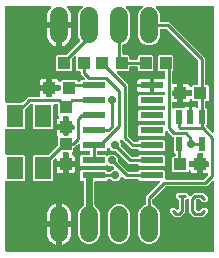
<source format=gbr>
G04 EAGLE Gerber RS-274X export*
G75*
%MOMM*%
%FSLAX34Y34*%
%LPD*%
%INTop Copper*%
%IPPOS*%
%AMOC8*
5,1,8,0,0,1.08239X$1,22.5*%
G01*
%ADD10C,0.254000*%
%ADD11R,1.100000X1.000000*%
%ADD12R,1.000000X1.100000*%
%ADD13R,1.981200X0.558800*%
%ADD14R,1.400000X1.900000*%
%ADD15R,0.600000X1.200000*%
%ADD16C,1.524000*%
%ADD17C,0.705600*%
%ADD18C,0.609600*%

G36*
X177791Y2048D02*
X177791Y2048D01*
X177910Y2055D01*
X177948Y2068D01*
X177989Y2073D01*
X178099Y2116D01*
X178212Y2153D01*
X178247Y2175D01*
X178284Y2190D01*
X178380Y2259D01*
X178481Y2323D01*
X178509Y2353D01*
X178542Y2376D01*
X178618Y2468D01*
X178699Y2555D01*
X178719Y2590D01*
X178744Y2621D01*
X178795Y2729D01*
X178853Y2833D01*
X178863Y2873D01*
X178880Y2909D01*
X178902Y3026D01*
X178932Y3141D01*
X178936Y3201D01*
X178940Y3221D01*
X178938Y3242D01*
X178942Y3302D01*
X178942Y60801D01*
X178925Y60938D01*
X178912Y61077D01*
X178905Y61096D01*
X178902Y61116D01*
X178851Y61245D01*
X178804Y61376D01*
X178793Y61393D01*
X178785Y61412D01*
X178704Y61524D01*
X178626Y61639D01*
X178610Y61653D01*
X178599Y61669D01*
X178491Y61758D01*
X178387Y61850D01*
X178369Y61859D01*
X178354Y61872D01*
X178228Y61931D01*
X178104Y61995D01*
X178084Y61999D01*
X178066Y62008D01*
X177930Y62034D01*
X177794Y62064D01*
X177773Y62064D01*
X177754Y62067D01*
X177615Y62059D01*
X177476Y62055D01*
X177456Y62049D01*
X177436Y62048D01*
X177304Y62005D01*
X177170Y61966D01*
X177153Y61956D01*
X177134Y61950D01*
X177016Y61875D01*
X176896Y61805D01*
X176875Y61786D01*
X176865Y61779D01*
X176851Y61764D01*
X176776Y61698D01*
X174616Y59539D01*
X172608Y57530D01*
X138208Y57530D01*
X138110Y57518D01*
X138011Y57515D01*
X137953Y57498D01*
X137893Y57490D01*
X137801Y57454D01*
X137706Y57426D01*
X137653Y57396D01*
X137597Y57373D01*
X137517Y57315D01*
X137432Y57265D01*
X137356Y57199D01*
X137340Y57187D01*
X137332Y57177D01*
X137311Y57159D01*
X126991Y46839D01*
X126931Y46761D01*
X126863Y46689D01*
X126834Y46636D01*
X126797Y46588D01*
X126757Y46497D01*
X126709Y46410D01*
X126694Y46352D01*
X126670Y46296D01*
X126655Y46198D01*
X126630Y46102D01*
X126624Y46002D01*
X126620Y45982D01*
X126622Y45970D01*
X126620Y45942D01*
X126620Y42609D01*
X126623Y42579D01*
X126621Y42550D01*
X126640Y42439D01*
X126642Y42412D01*
X126646Y42399D01*
X126660Y42293D01*
X126670Y42266D01*
X126675Y42237D01*
X126729Y42118D01*
X126777Y41997D01*
X126794Y41974D01*
X126806Y41947D01*
X126887Y41845D01*
X126963Y41740D01*
X126986Y41721D01*
X127005Y41698D01*
X127108Y41620D01*
X127208Y41537D01*
X127235Y41525D01*
X127259Y41507D01*
X127403Y41436D01*
X129005Y40773D01*
X131578Y38200D01*
X132970Y34839D01*
X132970Y15961D01*
X131578Y12600D01*
X129005Y10027D01*
X125644Y8635D01*
X122006Y8635D01*
X118645Y10027D01*
X116072Y12600D01*
X114680Y15961D01*
X114680Y34839D01*
X116072Y38200D01*
X118645Y40773D01*
X120247Y41436D01*
X120272Y41451D01*
X120300Y41460D01*
X120410Y41529D01*
X120523Y41594D01*
X120544Y41614D01*
X120569Y41630D01*
X120658Y41725D01*
X120751Y41815D01*
X120767Y41840D01*
X120787Y41862D01*
X120850Y41975D01*
X120918Y42086D01*
X120926Y42114D01*
X120941Y42140D01*
X120973Y42266D01*
X121011Y42390D01*
X121013Y42419D01*
X121020Y42448D01*
X121030Y42609D01*
X121030Y48783D01*
X123039Y50791D01*
X132437Y60190D01*
X132522Y60299D01*
X132611Y60406D01*
X132620Y60425D01*
X132632Y60441D01*
X132688Y60569D01*
X132747Y60694D01*
X132750Y60714D01*
X132758Y60733D01*
X132780Y60871D01*
X132806Y61007D01*
X132805Y61027D01*
X132808Y61047D01*
X132795Y61186D01*
X132787Y61324D01*
X132780Y61343D01*
X132779Y61363D01*
X132731Y61495D01*
X132689Y61626D01*
X132678Y61644D01*
X132671Y61663D01*
X132593Y61777D01*
X132518Y61895D01*
X132504Y61909D01*
X132492Y61926D01*
X132388Y62018D01*
X132287Y62113D01*
X132269Y62123D01*
X132254Y62136D01*
X132130Y62200D01*
X132008Y62267D01*
X131989Y62272D01*
X131971Y62281D01*
X131835Y62311D01*
X131700Y62346D01*
X131672Y62348D01*
X131660Y62351D01*
X131640Y62350D01*
X131540Y62356D01*
X115700Y62356D01*
X114548Y63509D01*
X114470Y63569D01*
X114398Y63637D01*
X114345Y63666D01*
X114297Y63703D01*
X114206Y63743D01*
X114119Y63791D01*
X114061Y63806D01*
X114005Y63830D01*
X113907Y63845D01*
X113811Y63870D01*
X113711Y63876D01*
X113691Y63880D01*
X113679Y63878D01*
X113651Y63880D01*
X103617Y63880D01*
X102093Y65405D01*
X102053Y65436D01*
X102020Y65472D01*
X101928Y65533D01*
X101841Y65600D01*
X101796Y65620D01*
X101754Y65647D01*
X101650Y65683D01*
X101549Y65726D01*
X101500Y65734D01*
X101453Y65750D01*
X101344Y65759D01*
X101235Y65776D01*
X101186Y65772D01*
X101136Y65775D01*
X101028Y65757D01*
X100919Y65746D01*
X100872Y65730D01*
X100823Y65721D01*
X100723Y65676D01*
X100619Y65639D01*
X100578Y65611D01*
X100533Y65591D01*
X100447Y65522D01*
X100356Y65460D01*
X100323Y65423D01*
X100285Y65392D01*
X100219Y65304D01*
X100146Y65222D01*
X100123Y65178D01*
X100093Y65138D01*
X100022Y64993D01*
X99534Y63813D01*
X98112Y62391D01*
X96255Y61622D01*
X94245Y61622D01*
X92388Y62391D01*
X91271Y63509D01*
X91193Y63569D01*
X91121Y63637D01*
X91067Y63666D01*
X91020Y63703D01*
X90929Y63743D01*
X90842Y63791D01*
X90783Y63806D01*
X90728Y63830D01*
X90630Y63845D01*
X90534Y63870D01*
X90434Y63876D01*
X90414Y63880D01*
X90401Y63878D01*
X90373Y63880D01*
X89549Y63880D01*
X89451Y63868D01*
X89352Y63865D01*
X89294Y63848D01*
X89234Y63840D01*
X89142Y63804D01*
X89047Y63776D01*
X88994Y63746D01*
X88938Y63723D01*
X88858Y63665D01*
X88773Y63615D01*
X88697Y63549D01*
X88681Y63537D01*
X88673Y63527D01*
X88652Y63509D01*
X87500Y62356D01*
X78867Y62356D01*
X78749Y62341D01*
X78630Y62334D01*
X78592Y62321D01*
X78551Y62316D01*
X78441Y62273D01*
X78328Y62236D01*
X78293Y62214D01*
X78256Y62199D01*
X78160Y62130D01*
X78059Y62066D01*
X78031Y62036D01*
X77998Y62013D01*
X77922Y61921D01*
X77841Y61834D01*
X77821Y61799D01*
X77796Y61768D01*
X77745Y61660D01*
X77687Y61556D01*
X77677Y61516D01*
X77660Y61480D01*
X77638Y61363D01*
X77608Y61248D01*
X77604Y61188D01*
X77600Y61168D01*
X77602Y61147D01*
X77598Y61087D01*
X77598Y41872D01*
X77601Y41843D01*
X77599Y41813D01*
X77621Y41685D01*
X77638Y41557D01*
X77648Y41529D01*
X77654Y41500D01*
X77707Y41381D01*
X77755Y41261D01*
X77772Y41237D01*
X77784Y41210D01*
X77865Y41109D01*
X77941Y41004D01*
X77964Y40985D01*
X77983Y40962D01*
X78086Y40884D01*
X78130Y40847D01*
X80778Y38200D01*
X82170Y34839D01*
X82170Y15961D01*
X80778Y12600D01*
X78205Y10027D01*
X74844Y8635D01*
X71206Y8635D01*
X67845Y10027D01*
X65272Y12600D01*
X63880Y15961D01*
X63880Y34839D01*
X65272Y38200D01*
X67909Y40836D01*
X67945Y40857D01*
X67966Y40878D01*
X67991Y40893D01*
X68080Y40988D01*
X68173Y41078D01*
X68189Y41103D01*
X68209Y41125D01*
X68272Y41239D01*
X68340Y41349D01*
X68348Y41378D01*
X68363Y41404D01*
X68395Y41529D01*
X68433Y41653D01*
X68435Y41683D01*
X68442Y41711D01*
X68452Y41872D01*
X68452Y61087D01*
X68437Y61205D01*
X68430Y61324D01*
X68417Y61362D01*
X68412Y61403D01*
X68369Y61513D01*
X68332Y61626D01*
X68310Y61661D01*
X68295Y61698D01*
X68226Y61794D01*
X68162Y61895D01*
X68132Y61923D01*
X68109Y61956D01*
X68017Y62032D01*
X67930Y62113D01*
X67895Y62133D01*
X67864Y62158D01*
X67756Y62209D01*
X67652Y62267D01*
X67612Y62277D01*
X67576Y62294D01*
X67459Y62316D01*
X67344Y62346D01*
X67284Y62350D01*
X67264Y62354D01*
X67243Y62352D01*
X67183Y62356D01*
X66424Y62356D01*
X65531Y63249D01*
X65531Y70101D01*
X66424Y70994D01*
X87500Y70994D01*
X88652Y69841D01*
X88730Y69781D01*
X88802Y69713D01*
X88855Y69684D01*
X88903Y69647D01*
X88994Y69607D01*
X89081Y69559D01*
X89139Y69544D01*
X89195Y69520D01*
X89293Y69505D01*
X89389Y69480D01*
X89489Y69474D01*
X89509Y69470D01*
X89521Y69472D01*
X89549Y69470D01*
X90373Y69470D01*
X90472Y69482D01*
X90571Y69485D01*
X90629Y69502D01*
X90689Y69510D01*
X90781Y69546D01*
X90876Y69574D01*
X90928Y69604D01*
X90985Y69627D01*
X91065Y69685D01*
X91150Y69735D01*
X91225Y69801D01*
X91242Y69813D01*
X91250Y69823D01*
X91271Y69841D01*
X92388Y70959D01*
X93568Y71447D01*
X93612Y71472D01*
X93658Y71489D01*
X93749Y71551D01*
X93845Y71605D01*
X93880Y71640D01*
X93921Y71667D01*
X93994Y71750D01*
X94073Y71826D01*
X94099Y71869D01*
X94132Y71906D01*
X94182Y72004D01*
X94239Y72097D01*
X94254Y72145D01*
X94276Y72189D01*
X94301Y72296D01*
X94333Y72401D01*
X94335Y72451D01*
X94346Y72499D01*
X94343Y72609D01*
X94348Y72719D01*
X94338Y72768D01*
X94336Y72817D01*
X94306Y72923D01*
X94284Y73030D01*
X94262Y73075D01*
X94248Y73123D01*
X94192Y73218D01*
X94144Y73316D01*
X94112Y73354D01*
X94086Y73397D01*
X93980Y73518D01*
X93547Y73951D01*
X93469Y74011D01*
X93397Y74079D01*
X93344Y74108D01*
X93296Y74145D01*
X93205Y74185D01*
X93118Y74233D01*
X93060Y74248D01*
X93004Y74272D01*
X92906Y74287D01*
X92810Y74312D01*
X92710Y74318D01*
X92690Y74322D01*
X92678Y74320D01*
X92650Y74322D01*
X91070Y74322D01*
X89177Y75106D01*
X89088Y75185D01*
X89052Y75203D01*
X89020Y75228D01*
X88911Y75275D01*
X88805Y75329D01*
X88765Y75338D01*
X88728Y75354D01*
X88610Y75373D01*
X88494Y75399D01*
X88454Y75398D01*
X88414Y75404D01*
X88295Y75393D01*
X88177Y75389D01*
X88138Y75378D01*
X88097Y75374D01*
X87985Y75334D01*
X87871Y75301D01*
X87836Y75280D01*
X87798Y75267D01*
X87700Y75200D01*
X87597Y75139D01*
X87552Y75100D01*
X87535Y75088D01*
X87522Y75073D01*
X87503Y75056D01*
X66424Y75056D01*
X65531Y75949D01*
X65531Y82801D01*
X66424Y83694D01*
X72898Y83694D01*
X73016Y83709D01*
X73135Y83716D01*
X73173Y83729D01*
X73214Y83734D01*
X73324Y83777D01*
X73437Y83814D01*
X73472Y83836D01*
X73509Y83851D01*
X73605Y83920D01*
X73706Y83984D01*
X73734Y84014D01*
X73767Y84037D01*
X73843Y84129D01*
X73924Y84216D01*
X73944Y84251D01*
X73969Y84282D01*
X74020Y84390D01*
X74078Y84494D01*
X74088Y84534D01*
X74105Y84570D01*
X74127Y84687D01*
X74157Y84802D01*
X74161Y84862D01*
X74165Y84882D01*
X74163Y84903D01*
X74167Y84963D01*
X74167Y86487D01*
X74152Y86605D01*
X74145Y86724D01*
X74132Y86762D01*
X74127Y86803D01*
X74084Y86913D01*
X74047Y87026D01*
X74025Y87061D01*
X74010Y87098D01*
X73941Y87194D01*
X73877Y87295D01*
X73847Y87323D01*
X73824Y87356D01*
X73732Y87432D01*
X73645Y87513D01*
X73610Y87533D01*
X73579Y87558D01*
X73471Y87609D01*
X73367Y87667D01*
X73327Y87677D01*
X73291Y87694D01*
X73174Y87716D01*
X73059Y87746D01*
X72999Y87750D01*
X72979Y87754D01*
X72958Y87752D01*
X72898Y87756D01*
X66424Y87756D01*
X65531Y88649D01*
X65531Y92415D01*
X65514Y92553D01*
X65501Y92691D01*
X65494Y92710D01*
X65491Y92730D01*
X65440Y92860D01*
X65393Y92990D01*
X65382Y93007D01*
X65374Y93026D01*
X65293Y93138D01*
X65215Y93253D01*
X65199Y93267D01*
X65188Y93283D01*
X65080Y93372D01*
X64976Y93464D01*
X64958Y93473D01*
X64943Y93486D01*
X64817Y93545D01*
X64693Y93609D01*
X64673Y93613D01*
X64655Y93622D01*
X64518Y93648D01*
X64383Y93678D01*
X64362Y93678D01*
X64343Y93681D01*
X64204Y93673D01*
X64065Y93669D01*
X64045Y93663D01*
X64025Y93662D01*
X63893Y93619D01*
X63759Y93580D01*
X63742Y93570D01*
X63723Y93564D01*
X63605Y93489D01*
X63485Y93419D01*
X63464Y93400D01*
X63454Y93393D01*
X63440Y93379D01*
X63364Y93312D01*
X62698Y92645D01*
X60642Y90590D01*
X60549Y90553D01*
X60436Y90516D01*
X60402Y90495D01*
X60364Y90480D01*
X60268Y90410D01*
X60167Y90346D01*
X60139Y90317D01*
X60107Y90293D01*
X60031Y90201D01*
X59949Y90114D01*
X59930Y90079D01*
X59904Y90048D01*
X59853Y89940D01*
X59796Y89836D01*
X59786Y89797D01*
X59768Y89760D01*
X59746Y89643D01*
X59716Y89528D01*
X59712Y89468D01*
X59709Y89448D01*
X59710Y89427D01*
X59706Y89367D01*
X59706Y87300D01*
X58774Y86368D01*
X58697Y86268D01*
X58615Y86173D01*
X58600Y86143D01*
X58579Y86116D01*
X58529Y86001D01*
X58473Y85889D01*
X58466Y85856D01*
X58453Y85825D01*
X58433Y85700D01*
X58407Y85578D01*
X58408Y85544D01*
X58403Y85511D01*
X58415Y85385D01*
X58420Y85260D01*
X58430Y85227D01*
X58433Y85194D01*
X58475Y85075D01*
X58511Y84955D01*
X58529Y84926D01*
X58540Y84895D01*
X58611Y84790D01*
X58676Y84683D01*
X58700Y84659D01*
X58719Y84631D01*
X58813Y84548D01*
X58903Y84460D01*
X58943Y84433D01*
X58957Y84421D01*
X58977Y84411D01*
X59037Y84371D01*
X59741Y83964D01*
X60214Y83491D01*
X60549Y82912D01*
X60722Y82266D01*
X60722Y78931D01*
X55681Y78931D01*
X55681Y85137D01*
X55666Y85255D01*
X55658Y85374D01*
X55646Y85413D01*
X55641Y85453D01*
X55597Y85564D01*
X55560Y85677D01*
X55539Y85711D01*
X55524Y85748D01*
X55454Y85845D01*
X55390Y85945D01*
X55361Y85973D01*
X55337Y86006D01*
X55245Y86082D01*
X55158Y86163D01*
X55123Y86183D01*
X55092Y86209D01*
X54984Y86259D01*
X54880Y86317D01*
X54841Y86327D01*
X54804Y86344D01*
X54687Y86367D01*
X54572Y86396D01*
X54512Y86400D01*
X54492Y86404D01*
X54471Y86403D01*
X54411Y86407D01*
X51951Y86407D01*
X51833Y86392D01*
X51714Y86384D01*
X51676Y86372D01*
X51636Y86367D01*
X51525Y86323D01*
X51412Y86286D01*
X51378Y86265D01*
X51340Y86250D01*
X51244Y86180D01*
X51143Y86116D01*
X51115Y86087D01*
X51083Y86063D01*
X51007Y85971D01*
X50925Y85884D01*
X50906Y85849D01*
X50880Y85818D01*
X50829Y85710D01*
X50772Y85606D01*
X50762Y85567D01*
X50744Y85530D01*
X50722Y85413D01*
X50692Y85298D01*
X50688Y85238D01*
X50685Y85218D01*
X50686Y85197D01*
X50682Y85137D01*
X50682Y78931D01*
X45641Y78931D01*
X45641Y79899D01*
X45623Y80037D01*
X45610Y80175D01*
X45603Y80194D01*
X45601Y80214D01*
X45550Y80344D01*
X45502Y80475D01*
X45491Y80491D01*
X45484Y80510D01*
X45402Y80623D01*
X45324Y80738D01*
X45309Y80751D01*
X45297Y80768D01*
X45189Y80856D01*
X45085Y80948D01*
X45067Y80957D01*
X45052Y80970D01*
X44926Y81029D01*
X44802Y81093D01*
X44782Y81097D01*
X44764Y81106D01*
X44628Y81132D01*
X44492Y81162D01*
X44472Y81162D01*
X44452Y81166D01*
X44313Y81157D01*
X44174Y81153D01*
X44155Y81147D01*
X44134Y81146D01*
X44002Y81103D01*
X43869Y81064D01*
X43851Y81054D01*
X43832Y81048D01*
X43714Y80974D01*
X43595Y80903D01*
X43573Y80884D01*
X43563Y80878D01*
X43549Y80863D01*
X43474Y80796D01*
X43121Y80444D01*
X43061Y80366D01*
X42993Y80294D01*
X42964Y80241D01*
X42927Y80193D01*
X42887Y80102D01*
X42839Y80015D01*
X42824Y79957D01*
X42800Y79901D01*
X42785Y79803D01*
X42760Y79707D01*
X42754Y79607D01*
X42750Y79587D01*
X42752Y79575D01*
X42750Y79547D01*
X42750Y63118D01*
X41857Y62225D01*
X26593Y62225D01*
X25700Y63118D01*
X25700Y83382D01*
X26593Y84275D01*
X38522Y84275D01*
X38620Y84287D01*
X38719Y84290D01*
X38777Y84307D01*
X38837Y84315D01*
X38929Y84351D01*
X39024Y84379D01*
X39077Y84409D01*
X39133Y84432D01*
X39213Y84490D01*
X39298Y84540D01*
X39374Y84606D01*
X39390Y84618D01*
X39398Y84628D01*
X39419Y84646D01*
X46285Y91512D01*
X46345Y91590D01*
X46413Y91662D01*
X46443Y91715D01*
X46480Y91763D01*
X46519Y91854D01*
X46567Y91941D01*
X46582Y92000D01*
X46606Y92055D01*
X46622Y92153D01*
X46646Y92249D01*
X46653Y92349D01*
X46656Y92369D01*
X46655Y92382D01*
X46657Y92410D01*
X46657Y99293D01*
X46644Y99392D01*
X46641Y99491D01*
X46624Y99549D01*
X46617Y99609D01*
X46580Y99701D01*
X46553Y99796D01*
X46522Y99848D01*
X46500Y99905D01*
X46442Y99985D01*
X46391Y100070D01*
X46325Y100145D01*
X46313Y100162D01*
X46303Y100170D01*
X46285Y100191D01*
X46148Y100328D01*
X45814Y100907D01*
X45641Y101553D01*
X45641Y104888D01*
X50682Y104888D01*
X50682Y101725D01*
X50697Y101607D01*
X50704Y101488D01*
X50717Y101450D01*
X50722Y101410D01*
X50766Y101299D01*
X50802Y101186D01*
X50824Y101152D01*
X50839Y101114D01*
X50909Y101018D01*
X50972Y100917D01*
X51002Y100889D01*
X51026Y100857D01*
X51117Y100781D01*
X51204Y100699D01*
X51239Y100680D01*
X51271Y100654D01*
X51378Y100603D01*
X51483Y100546D01*
X51522Y100536D01*
X51558Y100518D01*
X51675Y100496D01*
X51791Y100466D01*
X51851Y100462D01*
X51871Y100459D01*
X51891Y100460D01*
X51951Y100456D01*
X54411Y100456D01*
X54529Y100471D01*
X54648Y100478D01*
X54687Y100491D01*
X54727Y100496D01*
X54838Y100540D01*
X54951Y100576D01*
X54985Y100598D01*
X55022Y100613D01*
X55119Y100683D01*
X55219Y100746D01*
X55247Y100776D01*
X55280Y100800D01*
X55356Y100891D01*
X55437Y100978D01*
X55457Y101014D01*
X55483Y101045D01*
X55533Y101152D01*
X55591Y101257D01*
X55601Y101296D01*
X55618Y101332D01*
X55641Y101449D01*
X55670Y101565D01*
X55674Y101625D01*
X55678Y101645D01*
X55677Y101665D01*
X55681Y101725D01*
X55681Y104888D01*
X59436Y104888D01*
X59554Y104903D01*
X59673Y104911D01*
X59711Y104923D01*
X59752Y104928D01*
X59862Y104972D01*
X59975Y105009D01*
X60010Y105030D01*
X60047Y105045D01*
X60143Y105115D01*
X60244Y105179D01*
X60272Y105208D01*
X60305Y105232D01*
X60381Y105324D01*
X60462Y105410D01*
X60482Y105446D01*
X60507Y105477D01*
X60558Y105585D01*
X60616Y105689D01*
X60626Y105728D01*
X60643Y105765D01*
X60665Y105881D01*
X60695Y105997D01*
X60699Y106057D01*
X60703Y106077D01*
X60701Y106097D01*
X60705Y106157D01*
X60705Y108618D01*
X60690Y108736D01*
X60683Y108854D01*
X60670Y108893D01*
X60665Y108933D01*
X60622Y109044D01*
X60585Y109157D01*
X60563Y109191D01*
X60548Y109229D01*
X60479Y109325D01*
X60415Y109426D01*
X60385Y109453D01*
X60362Y109486D01*
X60270Y109562D01*
X60183Y109644D01*
X60148Y109663D01*
X60117Y109689D01*
X60009Y109740D01*
X59905Y109797D01*
X59865Y109807D01*
X59829Y109824D01*
X59712Y109847D01*
X59597Y109877D01*
X59537Y109880D01*
X59517Y109884D01*
X59496Y109883D01*
X59436Y109887D01*
X55681Y109887D01*
X55681Y116094D01*
X55666Y116212D01*
X55658Y116330D01*
X55646Y116369D01*
X55641Y116409D01*
X55597Y116520D01*
X55560Y116633D01*
X55539Y116667D01*
X55524Y116705D01*
X55454Y116801D01*
X55390Y116902D01*
X55361Y116929D01*
X55337Y116962D01*
X55245Y117038D01*
X55158Y117120D01*
X55123Y117139D01*
X55092Y117165D01*
X54984Y117216D01*
X54880Y117273D01*
X54841Y117283D01*
X54804Y117300D01*
X54687Y117323D01*
X54572Y117353D01*
X54512Y117356D01*
X54492Y117360D01*
X54471Y117359D01*
X54411Y117363D01*
X51951Y117363D01*
X51833Y117348D01*
X51714Y117340D01*
X51676Y117328D01*
X51636Y117323D01*
X51525Y117279D01*
X51412Y117242D01*
X51378Y117221D01*
X51340Y117206D01*
X51244Y117136D01*
X51143Y117072D01*
X51115Y117043D01*
X51083Y117019D01*
X51007Y116927D01*
X50925Y116841D01*
X50906Y116805D01*
X50880Y116774D01*
X50829Y116666D01*
X50772Y116562D01*
X50762Y116523D01*
X50744Y116486D01*
X50722Y116370D01*
X50692Y116254D01*
X50688Y116194D01*
X50685Y116174D01*
X50686Y116154D01*
X50682Y116094D01*
X50682Y109887D01*
X45641Y109887D01*
X45641Y113222D01*
X45814Y113868D01*
X46148Y114447D01*
X46621Y114921D01*
X47326Y115327D01*
X47426Y115403D01*
X47530Y115474D01*
X47552Y115499D01*
X47579Y115519D01*
X47657Y115618D01*
X47740Y115712D01*
X47756Y115742D01*
X47777Y115769D01*
X47828Y115884D01*
X47885Y115995D01*
X47892Y116028D01*
X47906Y116059D01*
X47927Y116183D01*
X47954Y116306D01*
X47953Y116339D01*
X47959Y116373D01*
X47949Y116498D01*
X47945Y116624D01*
X47935Y116656D01*
X47933Y116690D01*
X47891Y116808D01*
X47856Y116929D01*
X47839Y116958D01*
X47828Y116990D01*
X47759Y117095D01*
X47695Y117203D01*
X47662Y117240D01*
X47652Y117255D01*
X47636Y117270D01*
X47588Y117324D01*
X46657Y118256D01*
X46657Y126111D01*
X46642Y126229D01*
X46634Y126348D01*
X46622Y126386D01*
X46617Y126427D01*
X46573Y126537D01*
X46536Y126650D01*
X46515Y126685D01*
X46500Y126722D01*
X46430Y126818D01*
X46366Y126919D01*
X46337Y126947D01*
X46313Y126980D01*
X46221Y127056D01*
X46134Y127137D01*
X46099Y127157D01*
X46068Y127182D01*
X45960Y127233D01*
X45856Y127291D01*
X45817Y127301D01*
X45780Y127318D01*
X45663Y127340D01*
X45548Y127370D01*
X45488Y127374D01*
X45468Y127378D01*
X45447Y127376D01*
X45387Y127380D01*
X44019Y127380D01*
X43901Y127365D01*
X43782Y127358D01*
X43744Y127345D01*
X43703Y127340D01*
X43593Y127297D01*
X43480Y127260D01*
X43445Y127238D01*
X43408Y127223D01*
X43312Y127154D01*
X43211Y127090D01*
X43183Y127060D01*
X43150Y127037D01*
X43074Y126945D01*
X42993Y126858D01*
X42973Y126823D01*
X42948Y126792D01*
X42897Y126684D01*
X42839Y126580D01*
X42829Y126540D01*
X42812Y126504D01*
X42790Y126387D01*
X42760Y126272D01*
X42756Y126212D01*
X42752Y126192D01*
X42754Y126171D01*
X42750Y126111D01*
X42750Y107118D01*
X41857Y106225D01*
X26593Y106225D01*
X25700Y107118D01*
X25700Y126111D01*
X25685Y126229D01*
X25678Y126348D01*
X25665Y126386D01*
X25660Y126427D01*
X25617Y126537D01*
X25580Y126650D01*
X25558Y126685D01*
X25543Y126722D01*
X25474Y126818D01*
X25410Y126919D01*
X25380Y126947D01*
X25357Y126980D01*
X25265Y127056D01*
X25178Y127137D01*
X25143Y127157D01*
X25112Y127182D01*
X25004Y127233D01*
X24900Y127291D01*
X24860Y127301D01*
X24824Y127318D01*
X24707Y127340D01*
X24592Y127370D01*
X24532Y127374D01*
X24512Y127378D01*
X24491Y127376D01*
X24431Y127380D01*
X23908Y127380D01*
X23810Y127368D01*
X23711Y127365D01*
X23653Y127348D01*
X23593Y127340D01*
X23501Y127304D01*
X23406Y127276D01*
X23353Y127246D01*
X23297Y127223D01*
X23217Y127165D01*
X23132Y127115D01*
X23056Y127049D01*
X23040Y127037D01*
X23032Y127027D01*
X23011Y127009D01*
X19121Y123119D01*
X19061Y123041D01*
X18993Y122969D01*
X18964Y122916D01*
X18927Y122868D01*
X18887Y122777D01*
X18839Y122690D01*
X18824Y122632D01*
X18800Y122576D01*
X18785Y122478D01*
X18760Y122382D01*
X18754Y122282D01*
X18750Y122262D01*
X18752Y122250D01*
X18750Y122222D01*
X18750Y107118D01*
X17857Y106225D01*
X3302Y106225D01*
X3184Y106210D01*
X3065Y106203D01*
X3027Y106190D01*
X2986Y106185D01*
X2876Y106142D01*
X2763Y106105D01*
X2728Y106083D01*
X2691Y106068D01*
X2595Y105999D01*
X2494Y105935D01*
X2466Y105905D01*
X2433Y105882D01*
X2357Y105790D01*
X2276Y105703D01*
X2256Y105668D01*
X2231Y105637D01*
X2180Y105529D01*
X2122Y105425D01*
X2112Y105385D01*
X2095Y105349D01*
X2073Y105232D01*
X2043Y105117D01*
X2039Y105057D01*
X2035Y105037D01*
X2037Y105016D01*
X2033Y104956D01*
X2033Y85544D01*
X2048Y85426D01*
X2055Y85307D01*
X2068Y85269D01*
X2073Y85228D01*
X2116Y85118D01*
X2153Y85005D01*
X2175Y84970D01*
X2190Y84933D01*
X2259Y84837D01*
X2323Y84736D01*
X2353Y84708D01*
X2376Y84675D01*
X2468Y84599D01*
X2555Y84518D01*
X2590Y84498D01*
X2621Y84473D01*
X2729Y84422D01*
X2833Y84364D01*
X2873Y84354D01*
X2909Y84337D01*
X3026Y84315D01*
X3141Y84285D01*
X3201Y84281D01*
X3221Y84277D01*
X3242Y84279D01*
X3302Y84275D01*
X17857Y84275D01*
X18750Y83382D01*
X18750Y63118D01*
X17857Y62225D01*
X3302Y62225D01*
X3184Y62210D01*
X3065Y62203D01*
X3027Y62190D01*
X2986Y62185D01*
X2876Y62142D01*
X2763Y62105D01*
X2728Y62083D01*
X2691Y62068D01*
X2595Y61999D01*
X2494Y61935D01*
X2466Y61905D01*
X2433Y61882D01*
X2357Y61790D01*
X2276Y61703D01*
X2256Y61668D01*
X2231Y61637D01*
X2180Y61529D01*
X2122Y61425D01*
X2112Y61385D01*
X2095Y61349D01*
X2073Y61232D01*
X2043Y61117D01*
X2039Y61057D01*
X2035Y61037D01*
X2037Y61016D01*
X2033Y60956D01*
X2033Y3302D01*
X2048Y3184D01*
X2055Y3065D01*
X2068Y3027D01*
X2073Y2986D01*
X2116Y2876D01*
X2153Y2763D01*
X2175Y2728D01*
X2190Y2691D01*
X2259Y2595D01*
X2323Y2494D01*
X2353Y2466D01*
X2376Y2433D01*
X2468Y2357D01*
X2555Y2276D01*
X2590Y2256D01*
X2621Y2231D01*
X2729Y2180D01*
X2833Y2122D01*
X2873Y2112D01*
X2909Y2095D01*
X3026Y2073D01*
X3141Y2043D01*
X3201Y2039D01*
X3221Y2035D01*
X3242Y2037D01*
X3302Y2033D01*
X177673Y2033D01*
X177791Y2048D01*
G37*
G36*
X169865Y63132D02*
X169865Y63132D01*
X169964Y63135D01*
X170022Y63152D01*
X170082Y63160D01*
X170174Y63196D01*
X170269Y63224D01*
X170322Y63254D01*
X170378Y63277D01*
X170458Y63335D01*
X170543Y63385D01*
X170619Y63451D01*
X170635Y63463D01*
X170643Y63473D01*
X170664Y63491D01*
X173665Y66493D01*
X173750Y66602D01*
X173839Y66709D01*
X173848Y66728D01*
X173860Y66744D01*
X173916Y66872D01*
X173975Y66997D01*
X173978Y67017D01*
X173986Y67036D01*
X174008Y67174D01*
X174034Y67310D01*
X174033Y67330D01*
X174036Y67350D01*
X174023Y67489D01*
X174015Y67627D01*
X174008Y67646D01*
X174007Y67666D01*
X173959Y67798D01*
X173917Y67929D01*
X173906Y67947D01*
X173899Y67966D01*
X173821Y68081D01*
X173746Y68198D01*
X173732Y68212D01*
X173720Y68229D01*
X173616Y68321D01*
X173515Y68416D01*
X173497Y68426D01*
X173482Y68439D01*
X173358Y68503D01*
X173236Y68570D01*
X173217Y68575D01*
X173199Y68584D01*
X173063Y68614D01*
X172928Y68649D01*
X172900Y68651D01*
X172888Y68654D01*
X172868Y68653D01*
X172768Y68659D01*
X169749Y68659D01*
X169749Y73701D01*
X173339Y73701D01*
X173457Y73716D01*
X173576Y73723D01*
X173614Y73735D01*
X173655Y73741D01*
X173765Y73784D01*
X173879Y73821D01*
X173913Y73843D01*
X173950Y73858D01*
X174047Y73927D01*
X174147Y73991D01*
X174175Y74021D01*
X174208Y74044D01*
X174284Y74136D01*
X174365Y74223D01*
X174385Y74258D01*
X174411Y74289D01*
X174461Y74397D01*
X174519Y74501D01*
X174529Y74541D01*
X174546Y74577D01*
X174568Y74694D01*
X174598Y74809D01*
X174602Y74869D01*
X174606Y74889D01*
X174605Y74910D01*
X174608Y74970D01*
X174608Y77430D01*
X174593Y77548D01*
X174586Y77667D01*
X174574Y77705D01*
X174569Y77746D01*
X174525Y77856D01*
X174488Y77969D01*
X174466Y78004D01*
X174452Y78041D01*
X174382Y78137D01*
X174318Y78238D01*
X174288Y78266D01*
X174265Y78299D01*
X174173Y78375D01*
X174086Y78456D01*
X174051Y78476D01*
X174020Y78501D01*
X173912Y78552D01*
X173808Y78610D01*
X173769Y78620D01*
X173732Y78637D01*
X173615Y78659D01*
X173500Y78689D01*
X173440Y78693D01*
X173420Y78697D01*
X173399Y78695D01*
X173339Y78699D01*
X169749Y78699D01*
X169749Y84481D01*
X169734Y84599D01*
X169727Y84718D01*
X169714Y84756D01*
X169709Y84797D01*
X169666Y84907D01*
X169629Y85020D01*
X169607Y85055D01*
X169592Y85092D01*
X169523Y85188D01*
X169459Y85289D01*
X169429Y85317D01*
X169406Y85350D01*
X169314Y85426D01*
X169227Y85507D01*
X169192Y85527D01*
X169161Y85552D01*
X169053Y85603D01*
X168949Y85661D01*
X168909Y85671D01*
X168873Y85688D01*
X168756Y85710D01*
X168641Y85740D01*
X168581Y85744D01*
X168561Y85748D01*
X168540Y85746D01*
X168480Y85750D01*
X166020Y85750D01*
X165902Y85735D01*
X165783Y85728D01*
X165745Y85715D01*
X165704Y85710D01*
X165594Y85667D01*
X165481Y85630D01*
X165446Y85608D01*
X165409Y85593D01*
X165312Y85524D01*
X165212Y85460D01*
X165184Y85430D01*
X165151Y85407D01*
X165075Y85315D01*
X164994Y85228D01*
X164974Y85193D01*
X164949Y85162D01*
X164898Y85054D01*
X164840Y84950D01*
X164830Y84910D01*
X164813Y84874D01*
X164791Y84757D01*
X164761Y84642D01*
X164757Y84582D01*
X164753Y84562D01*
X164755Y84541D01*
X164751Y84481D01*
X164751Y78699D01*
X158544Y78699D01*
X158426Y78684D01*
X158307Y78677D01*
X158269Y78664D01*
X158228Y78659D01*
X158118Y78616D01*
X158005Y78579D01*
X157970Y78557D01*
X157933Y78542D01*
X157837Y78473D01*
X157736Y78409D01*
X157708Y78379D01*
X157675Y78356D01*
X157599Y78264D01*
X157518Y78177D01*
X157498Y78142D01*
X157473Y78111D01*
X157422Y78003D01*
X157364Y77899D01*
X157354Y77859D01*
X157337Y77823D01*
X157315Y77706D01*
X157285Y77591D01*
X157281Y77531D01*
X157277Y77511D01*
X157279Y77490D01*
X157275Y77430D01*
X157275Y74970D01*
X157290Y74852D01*
X157297Y74733D01*
X157310Y74695D01*
X157315Y74654D01*
X157358Y74544D01*
X157395Y74431D01*
X157417Y74396D01*
X157432Y74359D01*
X157501Y74262D01*
X157565Y74162D01*
X157595Y74134D01*
X157618Y74101D01*
X157710Y74025D01*
X157797Y73944D01*
X157832Y73924D01*
X157863Y73899D01*
X157971Y73848D01*
X158075Y73790D01*
X158115Y73780D01*
X158151Y73763D01*
X158268Y73741D01*
X158383Y73711D01*
X158443Y73707D01*
X158463Y73703D01*
X158484Y73705D01*
X158544Y73701D01*
X164751Y73701D01*
X164751Y68659D01*
X161416Y68659D01*
X160769Y68832D01*
X160190Y69167D01*
X159717Y69640D01*
X159310Y70344D01*
X159234Y70444D01*
X159164Y70549D01*
X159138Y70571D01*
X159118Y70598D01*
X159020Y70676D01*
X158925Y70759D01*
X158895Y70774D01*
X158869Y70795D01*
X158754Y70846D01*
X158642Y70904D01*
X158609Y70911D01*
X158578Y70925D01*
X158454Y70946D01*
X158332Y70973D01*
X158298Y70972D01*
X158265Y70978D01*
X158139Y70967D01*
X158014Y70964D01*
X157981Y70954D01*
X157948Y70951D01*
X157829Y70910D01*
X157708Y70875D01*
X157679Y70858D01*
X157647Y70847D01*
X157543Y70777D01*
X157434Y70714D01*
X157398Y70681D01*
X157382Y70671D01*
X157368Y70655D01*
X157314Y70607D01*
X156382Y69675D01*
X144118Y69675D01*
X143225Y70568D01*
X143225Y81832D01*
X144118Y82725D01*
X145186Y82725D01*
X145304Y82740D01*
X145423Y82747D01*
X145461Y82760D01*
X145502Y82765D01*
X145612Y82808D01*
X145725Y82845D01*
X145760Y82867D01*
X145797Y82882D01*
X145893Y82951D01*
X145994Y83015D01*
X146022Y83045D01*
X146055Y83068D01*
X146131Y83160D01*
X146212Y83247D01*
X146232Y83282D01*
X146257Y83313D01*
X146308Y83421D01*
X146366Y83525D01*
X146376Y83565D01*
X146393Y83601D01*
X146415Y83718D01*
X146445Y83833D01*
X146449Y83893D01*
X146453Y83913D01*
X146451Y83934D01*
X146455Y83994D01*
X146455Y84481D01*
X146440Y84599D01*
X146433Y84718D01*
X146420Y84756D01*
X146415Y84797D01*
X146372Y84907D01*
X146335Y85020D01*
X146313Y85055D01*
X146298Y85092D01*
X146229Y85188D01*
X146165Y85289D01*
X146135Y85317D01*
X146112Y85350D01*
X146020Y85426D01*
X145933Y85507D01*
X145898Y85527D01*
X145867Y85552D01*
X145772Y85597D01*
X144725Y86643D01*
X144725Y98447D01*
X144713Y98545D01*
X144710Y98644D01*
X144693Y98702D01*
X144685Y98762D01*
X144649Y98854D01*
X144621Y98949D01*
X144591Y99002D01*
X144568Y99058D01*
X144510Y99138D01*
X144460Y99223D01*
X144394Y99299D01*
X144382Y99315D01*
X144372Y99323D01*
X144354Y99344D01*
X139835Y103862D01*
X139726Y103947D01*
X139619Y104036D01*
X139600Y104045D01*
X139584Y104057D01*
X139456Y104113D01*
X139331Y104172D01*
X139311Y104175D01*
X139292Y104183D01*
X139154Y104205D01*
X139018Y104231D01*
X138998Y104230D01*
X138978Y104233D01*
X138839Y104220D01*
X138701Y104212D01*
X138682Y104205D01*
X138662Y104204D01*
X138530Y104156D01*
X138399Y104114D01*
X138381Y104103D01*
X138362Y104096D01*
X138247Y104018D01*
X138130Y103943D01*
X138116Y103929D01*
X138099Y103917D01*
X138007Y103813D01*
X137912Y103712D01*
X137902Y103694D01*
X137889Y103679D01*
X137825Y103555D01*
X137758Y103433D01*
X137753Y103414D01*
X137744Y103396D01*
X137714Y103260D01*
X137679Y103125D01*
X137677Y103097D01*
X137674Y103085D01*
X137675Y103065D01*
X137669Y102965D01*
X137669Y101349D01*
X136776Y100456D01*
X115700Y100456D01*
X114807Y101349D01*
X114807Y108201D01*
X115700Y109094D01*
X136430Y109094D01*
X136548Y109109D01*
X136667Y109116D01*
X136705Y109129D01*
X136745Y109134D01*
X136856Y109177D01*
X136969Y109214D01*
X137003Y109236D01*
X137041Y109251D01*
X137137Y109320D01*
X137238Y109384D01*
X137266Y109414D01*
X137298Y109437D01*
X137374Y109529D01*
X137456Y109616D01*
X137475Y109651D01*
X137501Y109682D01*
X137552Y109790D01*
X137609Y109894D01*
X137619Y109934D01*
X137637Y109970D01*
X137659Y110087D01*
X137689Y110202D01*
X137693Y110262D01*
X137696Y110282D01*
X137695Y110303D01*
X137699Y110363D01*
X137699Y111887D01*
X137684Y112005D01*
X137677Y112124D01*
X137664Y112162D01*
X137659Y112203D01*
X137615Y112313D01*
X137579Y112426D01*
X137557Y112461D01*
X137542Y112498D01*
X137472Y112594D01*
X137409Y112695D01*
X137379Y112723D01*
X137355Y112756D01*
X137264Y112832D01*
X137177Y112913D01*
X137141Y112933D01*
X137110Y112958D01*
X137003Y113009D01*
X136898Y113067D01*
X136859Y113077D01*
X136823Y113094D01*
X136706Y113116D01*
X136590Y113146D01*
X136530Y113150D01*
X136510Y113154D01*
X136490Y113152D01*
X136430Y113156D01*
X115700Y113156D01*
X114807Y114049D01*
X114807Y120901D01*
X115700Y121794D01*
X136430Y121794D01*
X136548Y121809D01*
X136667Y121816D01*
X136705Y121829D01*
X136745Y121834D01*
X136856Y121877D01*
X136969Y121914D01*
X137003Y121936D01*
X137041Y121951D01*
X137137Y122020D01*
X137238Y122084D01*
X137266Y122114D01*
X137298Y122137D01*
X137374Y122229D01*
X137456Y122316D01*
X137475Y122351D01*
X137501Y122382D01*
X137552Y122490D01*
X137609Y122594D01*
X137619Y122634D01*
X137637Y122670D01*
X137659Y122787D01*
X137689Y122902D01*
X137693Y122962D01*
X137696Y122982D01*
X137695Y123003D01*
X137699Y123063D01*
X137699Y124587D01*
X137684Y124705D01*
X137677Y124824D01*
X137664Y124862D01*
X137659Y124903D01*
X137615Y125013D01*
X137579Y125126D01*
X137557Y125161D01*
X137542Y125198D01*
X137472Y125294D01*
X137409Y125395D01*
X137379Y125423D01*
X137355Y125456D01*
X137264Y125532D01*
X137177Y125613D01*
X137141Y125633D01*
X137110Y125658D01*
X137003Y125709D01*
X136898Y125767D01*
X136859Y125777D01*
X136823Y125794D01*
X136706Y125816D01*
X136590Y125846D01*
X136530Y125850D01*
X136510Y125854D01*
X136490Y125852D01*
X136430Y125856D01*
X115700Y125856D01*
X114807Y126749D01*
X114807Y133601D01*
X115700Y134494D01*
X136430Y134494D01*
X136548Y134509D01*
X136667Y134516D01*
X136705Y134529D01*
X136745Y134534D01*
X136856Y134577D01*
X136969Y134614D01*
X137003Y134636D01*
X137041Y134651D01*
X137137Y134720D01*
X137238Y134784D01*
X137266Y134814D01*
X137298Y134837D01*
X137374Y134929D01*
X137456Y135016D01*
X137475Y135051D01*
X137501Y135082D01*
X137552Y135190D01*
X137609Y135294D01*
X137619Y135334D01*
X137637Y135370D01*
X137659Y135487D01*
X137689Y135602D01*
X137693Y135662D01*
X137696Y135682D01*
X137695Y135703D01*
X137699Y135763D01*
X137699Y136271D01*
X137684Y136389D01*
X137677Y136508D01*
X137664Y136546D01*
X137659Y136587D01*
X137615Y136697D01*
X137579Y136810D01*
X137557Y136845D01*
X137542Y136882D01*
X137472Y136978D01*
X137409Y137079D01*
X137379Y137107D01*
X137355Y137140D01*
X137264Y137216D01*
X137177Y137297D01*
X137141Y137317D01*
X137110Y137342D01*
X137003Y137393D01*
X136898Y137451D01*
X136859Y137461D01*
X136823Y137478D01*
X136706Y137500D01*
X136590Y137530D01*
X136530Y137534D01*
X136510Y137538D01*
X136490Y137536D01*
X136430Y137540D01*
X127634Y137540D01*
X127634Y142748D01*
X127623Y142837D01*
X127624Y142842D01*
X127628Y142902D01*
X127632Y142922D01*
X127630Y142942D01*
X127634Y143002D01*
X127634Y148210D01*
X136430Y148210D01*
X136548Y148225D01*
X136667Y148232D01*
X136705Y148245D01*
X136745Y148250D01*
X136856Y148293D01*
X136969Y148330D01*
X137003Y148352D01*
X137041Y148367D01*
X137137Y148436D01*
X137238Y148500D01*
X137266Y148530D01*
X137298Y148553D01*
X137374Y148645D01*
X137456Y148732D01*
X137475Y148767D01*
X137501Y148798D01*
X137552Y148906D01*
X137609Y149010D01*
X137619Y149050D01*
X137637Y149086D01*
X137659Y149203D01*
X137689Y149318D01*
X137693Y149378D01*
X137696Y149398D01*
X137695Y149419D01*
X137699Y149479D01*
X137699Y153631D01*
X137684Y153749D01*
X137677Y153868D01*
X137664Y153906D01*
X137659Y153947D01*
X137615Y154057D01*
X137579Y154170D01*
X137557Y154205D01*
X137542Y154242D01*
X137472Y154338D01*
X137409Y154439D01*
X137379Y154467D01*
X137355Y154500D01*
X137264Y154576D01*
X137177Y154657D01*
X137141Y154677D01*
X137110Y154702D01*
X137003Y154753D01*
X136898Y154811D01*
X136859Y154821D01*
X136823Y154838D01*
X136706Y154860D01*
X136590Y154890D01*
X136530Y154894D01*
X136510Y154898D01*
X136490Y154896D01*
X136430Y154900D01*
X132250Y154900D01*
X131357Y155793D01*
X131357Y168057D01*
X132250Y168950D01*
X143513Y168950D01*
X144406Y168057D01*
X144406Y155793D01*
X143660Y155048D01*
X143600Y154969D01*
X143532Y154897D01*
X143502Y154844D01*
X143465Y154796D01*
X143426Y154705D01*
X143378Y154619D01*
X143363Y154560D01*
X143339Y154505D01*
X143323Y154407D01*
X143299Y154311D01*
X143292Y154211D01*
X143289Y154190D01*
X143290Y154178D01*
X143288Y154150D01*
X143288Y145335D01*
X143303Y145217D01*
X143311Y145098D01*
X143323Y145060D01*
X143328Y145019D01*
X143372Y144909D01*
X143409Y144796D01*
X143430Y144761D01*
X143445Y144724D01*
X143515Y144628D01*
X143579Y144527D01*
X143608Y144499D01*
X143632Y144466D01*
X143724Y144390D01*
X143811Y144309D01*
X143846Y144289D01*
X143877Y144264D01*
X143985Y144213D01*
X144089Y144155D01*
X144128Y144145D01*
X144165Y144128D01*
X144282Y144106D01*
X144397Y144076D01*
X144457Y144072D01*
X144477Y144068D01*
X144498Y144070D01*
X144558Y144066D01*
X147751Y144066D01*
X147751Y139024D01*
X144558Y139024D01*
X144440Y139009D01*
X144321Y139002D01*
X144282Y138989D01*
X144242Y138984D01*
X144131Y138941D01*
X144018Y138904D01*
X143984Y138882D01*
X143947Y138867D01*
X143850Y138798D01*
X143750Y138734D01*
X143722Y138704D01*
X143689Y138681D01*
X143613Y138589D01*
X143532Y138502D01*
X143512Y138467D01*
X143486Y138436D01*
X143436Y138328D01*
X143378Y138224D01*
X143368Y138184D01*
X143351Y138148D01*
X143328Y138031D01*
X143299Y137916D01*
X143295Y137856D01*
X143291Y137836D01*
X143292Y137815D01*
X143288Y137755D01*
X143288Y135295D01*
X143303Y135177D01*
X143311Y135058D01*
X143323Y135020D01*
X143328Y134979D01*
X143372Y134869D01*
X143409Y134756D01*
X143430Y134721D01*
X143445Y134684D01*
X143515Y134587D01*
X143579Y134487D01*
X143608Y134459D01*
X143632Y134426D01*
X143724Y134350D01*
X143811Y134269D01*
X143846Y134249D01*
X143877Y134224D01*
X143985Y134173D01*
X144089Y134115D01*
X144128Y134105D01*
X144165Y134088D01*
X144282Y134066D01*
X144397Y134036D01*
X144457Y134032D01*
X144477Y134028D01*
X144498Y134030D01*
X144558Y134026D01*
X147751Y134026D01*
X147751Y128984D01*
X144558Y128984D01*
X144440Y128969D01*
X144321Y128962D01*
X144282Y128949D01*
X144242Y128944D01*
X144131Y128901D01*
X144018Y128864D01*
X143984Y128842D01*
X143947Y128827D01*
X143850Y128758D01*
X143750Y128694D01*
X143722Y128664D01*
X143689Y128641D01*
X143613Y128549D01*
X143532Y128462D01*
X143512Y128427D01*
X143486Y128396D01*
X143436Y128288D01*
X143378Y128184D01*
X143368Y128144D01*
X143351Y128108D01*
X143328Y127991D01*
X143299Y127876D01*
X143295Y127816D01*
X143291Y127796D01*
X143292Y127775D01*
X143291Y127769D01*
X143291Y127762D01*
X143288Y127715D01*
X143288Y124534D01*
X143306Y124396D01*
X143319Y124258D01*
X143326Y124239D01*
X143328Y124218D01*
X143380Y124089D01*
X143427Y123958D01*
X143438Y123942D01*
X143445Y123923D01*
X143527Y123810D01*
X143605Y123695D01*
X143620Y123682D01*
X143632Y123665D01*
X143740Y123576D01*
X143844Y123485D01*
X143862Y123476D01*
X143877Y123463D01*
X144003Y123403D01*
X144127Y123340D01*
X144147Y123336D01*
X144165Y123327D01*
X144301Y123301D01*
X144437Y123271D01*
X144457Y123271D01*
X144477Y123267D01*
X144616Y123276D01*
X144755Y123280D01*
X144774Y123286D01*
X144795Y123287D01*
X144927Y123330D01*
X145060Y123369D01*
X145078Y123379D01*
X145097Y123385D01*
X145215Y123459D01*
X145334Y123530D01*
X145356Y123549D01*
X145366Y123555D01*
X145380Y123570D01*
X145455Y123637D01*
X145618Y123800D01*
X153156Y123800D01*
X153254Y123812D01*
X153353Y123815D01*
X153411Y123832D01*
X153471Y123840D01*
X153563Y123876D01*
X153659Y123904D01*
X153711Y123934D01*
X153767Y123957D01*
X153847Y124015D01*
X153933Y124065D01*
X154008Y124131D01*
X154024Y124143D01*
X154032Y124153D01*
X154053Y124171D01*
X154190Y124308D01*
X154769Y124643D01*
X155416Y124816D01*
X157251Y124816D01*
X157251Y116505D01*
X157266Y116387D01*
X157273Y116268D01*
X157285Y116230D01*
X157291Y116190D01*
X157334Y116079D01*
X157371Y115966D01*
X157393Y115932D01*
X157408Y115894D01*
X157477Y115798D01*
X157541Y115697D01*
X157571Y115669D01*
X157594Y115637D01*
X157686Y115561D01*
X157773Y115479D01*
X157808Y115460D01*
X157839Y115434D01*
X157947Y115383D01*
X158051Y115326D01*
X158091Y115316D01*
X158127Y115298D01*
X158244Y115276D01*
X158359Y115246D01*
X158419Y115242D01*
X158439Y115239D01*
X158460Y115240D01*
X158520Y115236D01*
X158980Y115236D01*
X159098Y115251D01*
X159217Y115258D01*
X159255Y115271D01*
X159296Y115276D01*
X159406Y115320D01*
X159519Y115356D01*
X159554Y115378D01*
X159591Y115393D01*
X159687Y115463D01*
X159788Y115526D01*
X159816Y115556D01*
X159849Y115580D01*
X159925Y115671D01*
X160006Y115758D01*
X160026Y115793D01*
X160051Y115825D01*
X160102Y115932D01*
X160160Y116037D01*
X160170Y116076D01*
X160187Y116112D01*
X160209Y116229D01*
X160239Y116345D01*
X160243Y116405D01*
X160247Y116425D01*
X160245Y116445D01*
X160249Y116505D01*
X160249Y124816D01*
X162084Y124816D01*
X162731Y124643D01*
X163334Y124294D01*
X163398Y124245D01*
X163505Y124156D01*
X163524Y124147D01*
X163540Y124135D01*
X163667Y124079D01*
X163793Y124020D01*
X163813Y124016D01*
X163831Y124008D01*
X163969Y123987D01*
X164106Y123960D01*
X164126Y123962D01*
X164146Y123958D01*
X164284Y123972D01*
X164423Y123980D01*
X164442Y123986D01*
X164462Y123988D01*
X164593Y124035D01*
X164725Y124078D01*
X164742Y124089D01*
X164761Y124096D01*
X164877Y124174D01*
X164994Y124248D01*
X165008Y124263D01*
X165025Y124274D01*
X165117Y124379D01*
X165212Y124480D01*
X165222Y124498D01*
X165235Y124513D01*
X165298Y124637D01*
X165366Y124758D01*
X165371Y124778D01*
X165380Y124796D01*
X165410Y124931D01*
X165445Y125066D01*
X165447Y125094D01*
X165449Y125106D01*
X165449Y125126D01*
X165455Y125227D01*
X165455Y128731D01*
X165440Y128849D01*
X165433Y128968D01*
X165420Y129006D01*
X165415Y129047D01*
X165372Y129157D01*
X165335Y129270D01*
X165313Y129305D01*
X165298Y129342D01*
X165229Y129438D01*
X165165Y129539D01*
X165135Y129567D01*
X165112Y129600D01*
X165020Y129676D01*
X164933Y129757D01*
X164898Y129777D01*
X164867Y129802D01*
X164759Y129853D01*
X164655Y129911D01*
X164615Y129921D01*
X164579Y129938D01*
X164462Y129960D01*
X164347Y129990D01*
X164287Y129994D01*
X164267Y129998D01*
X164246Y129996D01*
X164186Y130000D01*
X161118Y130000D01*
X160186Y130932D01*
X160087Y131009D01*
X159992Y131091D01*
X159962Y131106D01*
X159935Y131127D01*
X159820Y131177D01*
X159707Y131233D01*
X159674Y131240D01*
X159643Y131254D01*
X159519Y131273D01*
X159396Y131299D01*
X159363Y131298D01*
X159329Y131303D01*
X159204Y131292D01*
X159078Y131286D01*
X159046Y131277D01*
X159013Y131274D01*
X158894Y131231D01*
X158774Y131195D01*
X158745Y131177D01*
X158713Y131166D01*
X158609Y131095D01*
X158502Y131030D01*
X158478Y131006D01*
X158450Y130987D01*
X158367Y130893D01*
X158279Y130803D01*
X158252Y130763D01*
X158240Y130749D01*
X158230Y130730D01*
X158190Y130669D01*
X157783Y129965D01*
X157310Y129492D01*
X156731Y129157D01*
X156084Y128984D01*
X152749Y128984D01*
X152749Y134026D01*
X158956Y134026D01*
X159074Y134041D01*
X159193Y134048D01*
X159231Y134060D01*
X159272Y134066D01*
X159382Y134109D01*
X159495Y134146D01*
X159530Y134168D01*
X159567Y134183D01*
X159663Y134252D01*
X159764Y134316D01*
X159792Y134346D01*
X159825Y134369D01*
X159901Y134461D01*
X159982Y134548D01*
X160002Y134583D01*
X160027Y134614D01*
X160078Y134722D01*
X160136Y134826D01*
X160146Y134865D01*
X160163Y134902D01*
X160185Y135019D01*
X160215Y135134D01*
X160219Y135194D01*
X160223Y135214D01*
X160222Y135221D01*
X160223Y135223D01*
X160222Y135239D01*
X160225Y135295D01*
X160225Y137755D01*
X160210Y137873D01*
X160203Y137992D01*
X160190Y138030D01*
X160185Y138071D01*
X160142Y138181D01*
X160105Y138294D01*
X160083Y138329D01*
X160068Y138366D01*
X159999Y138462D01*
X159935Y138563D01*
X159905Y138591D01*
X159882Y138624D01*
X159790Y138700D01*
X159703Y138781D01*
X159668Y138801D01*
X159637Y138826D01*
X159529Y138877D01*
X159425Y138935D01*
X159385Y138945D01*
X159349Y138962D01*
X159232Y138984D01*
X159117Y139014D01*
X159057Y139018D01*
X159037Y139022D01*
X159016Y139020D01*
X158956Y139024D01*
X152749Y139024D01*
X152749Y144066D01*
X156084Y144066D01*
X156731Y143893D01*
X157310Y143558D01*
X157783Y143085D01*
X158190Y142381D01*
X158266Y142281D01*
X158336Y142177D01*
X158362Y142154D01*
X158382Y142127D01*
X158481Y142049D01*
X158575Y141966D01*
X158605Y141951D01*
X158631Y141930D01*
X158746Y141879D01*
X158858Y141821D01*
X158891Y141814D01*
X158922Y141800D01*
X159046Y141779D01*
X159168Y141752D01*
X159202Y141753D01*
X159235Y141747D01*
X159361Y141758D01*
X159486Y141761D01*
X159519Y141771D01*
X159552Y141774D01*
X159671Y141815D01*
X159792Y141850D01*
X159821Y141867D01*
X159853Y141878D01*
X159957Y141947D01*
X160066Y142011D01*
X160102Y142044D01*
X160118Y142054D01*
X160132Y142070D01*
X160186Y142118D01*
X161118Y143050D01*
X164211Y143050D01*
X164329Y143065D01*
X164448Y143072D01*
X164486Y143085D01*
X164527Y143090D01*
X164637Y143133D01*
X164750Y143170D01*
X164785Y143192D01*
X164822Y143207D01*
X164918Y143276D01*
X165019Y143340D01*
X165047Y143370D01*
X165080Y143393D01*
X165156Y143485D01*
X165237Y143572D01*
X165257Y143607D01*
X165282Y143638D01*
X165333Y143746D01*
X165391Y143850D01*
X165401Y143890D01*
X165418Y143926D01*
X165440Y144043D01*
X165470Y144158D01*
X165474Y144218D01*
X165478Y144238D01*
X165476Y144259D01*
X165480Y144319D01*
X165480Y163417D01*
X165468Y163515D01*
X165465Y163614D01*
X165448Y163672D01*
X165440Y163732D01*
X165404Y163824D01*
X165376Y163919D01*
X165346Y163972D01*
X165323Y164028D01*
X165265Y164108D01*
X165215Y164193D01*
X165149Y164269D01*
X165137Y164285D01*
X165127Y164293D01*
X165109Y164314D01*
X138914Y190509D01*
X138836Y190569D01*
X138764Y190637D01*
X138711Y190666D01*
X138663Y190703D01*
X138572Y190743D01*
X138485Y190791D01*
X138427Y190806D01*
X138371Y190830D01*
X138273Y190845D01*
X138177Y190870D01*
X138077Y190876D01*
X138057Y190880D01*
X138045Y190878D01*
X138017Y190880D01*
X134239Y190880D01*
X134121Y190865D01*
X134002Y190858D01*
X133964Y190845D01*
X133923Y190840D01*
X133813Y190797D01*
X133700Y190760D01*
X133665Y190738D01*
X133628Y190723D01*
X133532Y190654D01*
X133431Y190590D01*
X133403Y190560D01*
X133370Y190537D01*
X133294Y190445D01*
X133213Y190358D01*
X133193Y190323D01*
X133168Y190292D01*
X133117Y190184D01*
X133059Y190080D01*
X133049Y190040D01*
X133032Y190004D01*
X133010Y189887D01*
X132980Y189772D01*
X132976Y189712D01*
X132972Y189692D01*
X132974Y189671D01*
X132970Y189611D01*
X132970Y184236D01*
X131578Y180875D01*
X129005Y178302D01*
X125644Y176910D01*
X122006Y176910D01*
X118645Y178302D01*
X116072Y180875D01*
X114680Y184236D01*
X114680Y203114D01*
X116072Y206475D01*
X118023Y208426D01*
X118108Y208535D01*
X118197Y208642D01*
X118205Y208661D01*
X118218Y208677D01*
X118273Y208805D01*
X118332Y208930D01*
X118336Y208950D01*
X118344Y208969D01*
X118366Y209107D01*
X118392Y209243D01*
X118391Y209263D01*
X118394Y209283D01*
X118381Y209422D01*
X118372Y209560D01*
X118366Y209579D01*
X118364Y209599D01*
X118317Y209731D01*
X118274Y209862D01*
X118264Y209880D01*
X118257Y209899D01*
X118179Y210014D01*
X118104Y210131D01*
X118089Y210145D01*
X118078Y210162D01*
X117974Y210254D01*
X117873Y210349D01*
X117855Y210359D01*
X117840Y210372D01*
X117716Y210436D01*
X117594Y210503D01*
X117575Y210508D01*
X117556Y210517D01*
X117421Y210547D01*
X117286Y210582D01*
X117258Y210584D01*
X117246Y210587D01*
X117226Y210586D01*
X117125Y210592D01*
X105125Y210592D01*
X104987Y210575D01*
X104848Y210562D01*
X104829Y210555D01*
X104809Y210552D01*
X104680Y210501D01*
X104549Y210454D01*
X104532Y210443D01*
X104513Y210435D01*
X104401Y210354D01*
X104286Y210276D01*
X104272Y210260D01*
X104256Y210249D01*
X104167Y210141D01*
X104075Y210037D01*
X104066Y210019D01*
X104053Y210004D01*
X103994Y209878D01*
X103931Y209754D01*
X103926Y209734D01*
X103918Y209716D01*
X103892Y209580D01*
X103861Y209444D01*
X103862Y209423D01*
X103858Y209404D01*
X103866Y209265D01*
X103871Y209126D01*
X103876Y209106D01*
X103878Y209086D01*
X103920Y208954D01*
X103959Y208820D01*
X103969Y208803D01*
X103976Y208784D01*
X104050Y208666D01*
X104121Y208546D01*
X104139Y208525D01*
X104146Y208515D01*
X104161Y208501D01*
X104227Y208426D01*
X106178Y206475D01*
X107570Y203114D01*
X107570Y184236D01*
X106178Y180875D01*
X103605Y178302D01*
X102003Y177639D01*
X101978Y177624D01*
X101950Y177615D01*
X101840Y177546D01*
X101727Y177481D01*
X101706Y177461D01*
X101681Y177445D01*
X101592Y177350D01*
X101499Y177260D01*
X101483Y177235D01*
X101463Y177213D01*
X101400Y177100D01*
X101332Y176989D01*
X101324Y176961D01*
X101309Y176935D01*
X101277Y176809D01*
X101239Y176685D01*
X101237Y176656D01*
X101230Y176627D01*
X101220Y176466D01*
X101220Y170219D01*
X101235Y170101D01*
X101242Y169982D01*
X101255Y169944D01*
X101260Y169903D01*
X101303Y169793D01*
X101340Y169680D01*
X101362Y169645D01*
X101377Y169608D01*
X101446Y169512D01*
X101510Y169411D01*
X101540Y169383D01*
X101563Y169350D01*
X101655Y169274D01*
X101742Y169193D01*
X101777Y169173D01*
X101808Y169148D01*
X101916Y169097D01*
X102020Y169039D01*
X102060Y169029D01*
X102096Y169012D01*
X102213Y168990D01*
X102328Y168960D01*
X102388Y168956D01*
X102408Y168952D01*
X102429Y168954D01*
X102489Y168950D01*
X106207Y168950D01*
X107100Y168057D01*
X107100Y165989D01*
X107115Y165871D01*
X107122Y165752D01*
X107135Y165714D01*
X107140Y165673D01*
X107183Y165563D01*
X107220Y165450D01*
X107242Y165415D01*
X107257Y165378D01*
X107326Y165282D01*
X107390Y165181D01*
X107420Y165153D01*
X107443Y165120D01*
X107535Y165044D01*
X107622Y164963D01*
X107657Y164943D01*
X107688Y164918D01*
X107796Y164867D01*
X107900Y164809D01*
X107940Y164799D01*
X107976Y164782D01*
X108093Y164760D01*
X108208Y164730D01*
X108268Y164726D01*
X108288Y164722D01*
X108309Y164724D01*
X108369Y164720D01*
X113087Y164720D01*
X113205Y164735D01*
X113324Y164742D01*
X113363Y164755D01*
X113403Y164760D01*
X113514Y164803D01*
X113627Y164840D01*
X113661Y164862D01*
X113698Y164877D01*
X113795Y164946D01*
X113895Y165010D01*
X113923Y165040D01*
X113956Y165063D01*
X114032Y165155D01*
X114113Y165242D01*
X114133Y165277D01*
X114159Y165308D01*
X114209Y165416D01*
X114267Y165520D01*
X114277Y165560D01*
X114294Y165596D01*
X114317Y165713D01*
X114346Y165828D01*
X114350Y165888D01*
X114354Y165908D01*
X114353Y165929D01*
X114357Y165989D01*
X114357Y168057D01*
X115250Y168950D01*
X126513Y168950D01*
X127406Y168057D01*
X127406Y155793D01*
X126513Y154900D01*
X115250Y154900D01*
X114357Y155793D01*
X114357Y157861D01*
X114342Y157979D01*
X114334Y158098D01*
X114322Y158136D01*
X114317Y158177D01*
X114273Y158287D01*
X114236Y158400D01*
X114215Y158435D01*
X114200Y158472D01*
X114130Y158568D01*
X114066Y158669D01*
X114037Y158697D01*
X114013Y158730D01*
X113921Y158806D01*
X113834Y158887D01*
X113799Y158907D01*
X113768Y158932D01*
X113660Y158983D01*
X113556Y159041D01*
X113517Y159051D01*
X113480Y159068D01*
X113363Y159090D01*
X113248Y159120D01*
X113188Y159124D01*
X113168Y159128D01*
X113147Y159126D01*
X113087Y159130D01*
X108369Y159130D01*
X108251Y159115D01*
X108132Y159108D01*
X108094Y159095D01*
X108053Y159090D01*
X107943Y159047D01*
X107830Y159010D01*
X107795Y158988D01*
X107758Y158973D01*
X107662Y158904D01*
X107561Y158840D01*
X107533Y158810D01*
X107500Y158787D01*
X107424Y158695D01*
X107343Y158608D01*
X107323Y158573D01*
X107298Y158542D01*
X107247Y158434D01*
X107189Y158330D01*
X107179Y158290D01*
X107162Y158254D01*
X107140Y158137D01*
X107110Y158022D01*
X107106Y157962D01*
X107102Y157942D01*
X107104Y157921D01*
X107100Y157861D01*
X107100Y155793D01*
X106207Y154900D01*
X97616Y154900D01*
X97479Y154883D01*
X97340Y154870D01*
X97321Y154863D01*
X97301Y154860D01*
X97172Y154809D01*
X97041Y154762D01*
X97024Y154751D01*
X97005Y154743D01*
X96893Y154662D01*
X96778Y154584D01*
X96764Y154568D01*
X96748Y154557D01*
X96659Y154449D01*
X96567Y154345D01*
X96558Y154327D01*
X96545Y154312D01*
X96486Y154186D01*
X96422Y154062D01*
X96418Y154042D01*
X96409Y154024D01*
X96383Y153888D01*
X96353Y153752D01*
X96353Y153731D01*
X96350Y153712D01*
X96358Y153573D01*
X96362Y153434D01*
X96368Y153414D01*
X96369Y153394D01*
X96412Y153262D01*
X96451Y153128D01*
X96461Y153111D01*
X96467Y153092D01*
X96542Y152974D01*
X96612Y152854D01*
X96631Y152833D01*
X96638Y152823D01*
X96653Y152809D01*
X96719Y152734D01*
X103973Y145479D01*
X105982Y143470D01*
X105982Y100505D01*
X105995Y100407D01*
X105998Y100308D01*
X106014Y100250D01*
X106022Y100190D01*
X106059Y100098D01*
X106086Y100003D01*
X106117Y99950D01*
X106139Y99894D01*
X106197Y99814D01*
X106248Y99729D01*
X106314Y99653D01*
X106326Y99637D01*
X106335Y99629D01*
X106354Y99608D01*
X110720Y95241D01*
X110799Y95181D01*
X110871Y95113D01*
X110924Y95084D01*
X110972Y95047D01*
X111062Y95007D01*
X111149Y94959D01*
X111208Y94944D01*
X111263Y94920D01*
X111361Y94905D01*
X111457Y94880D01*
X111557Y94874D01*
X111577Y94870D01*
X111590Y94872D01*
X111618Y94870D01*
X113651Y94870D01*
X113749Y94882D01*
X113848Y94885D01*
X113906Y94902D01*
X113966Y94910D01*
X114058Y94946D01*
X114153Y94974D01*
X114206Y95004D01*
X114262Y95027D01*
X114342Y95085D01*
X114427Y95135D01*
X114503Y95201D01*
X114519Y95213D01*
X114527Y95223D01*
X114548Y95241D01*
X115700Y96394D01*
X136776Y96394D01*
X137669Y95501D01*
X137669Y88649D01*
X136776Y87756D01*
X115700Y87756D01*
X114548Y88909D01*
X114470Y88969D01*
X114398Y89037D01*
X114345Y89066D01*
X114297Y89103D01*
X114206Y89143D01*
X114119Y89191D01*
X114061Y89206D01*
X114005Y89230D01*
X113907Y89245D01*
X113811Y89270D01*
X113711Y89276D01*
X113691Y89280D01*
X113679Y89278D01*
X113651Y89280D01*
X108777Y89280D01*
X101510Y96548D01*
X101454Y96590D01*
X101406Y96640D01*
X101329Y96687D01*
X101258Y96742D01*
X101194Y96770D01*
X101135Y96807D01*
X101049Y96833D01*
X100966Y96869D01*
X100897Y96880D01*
X100831Y96900D01*
X100741Y96905D01*
X100652Y96919D01*
X100583Y96912D01*
X100513Y96915D01*
X100425Y96897D01*
X100336Y96889D01*
X100270Y96865D01*
X100202Y96851D01*
X100121Y96812D01*
X100036Y96781D01*
X99979Y96742D01*
X99916Y96711D01*
X99848Y96653D01*
X99773Y96603D01*
X99727Y96550D01*
X99674Y96505D01*
X99622Y96432D01*
X99563Y96364D01*
X99531Y96302D01*
X99491Y96245D01*
X99459Y96161D01*
X99418Y96081D01*
X99403Y96013D01*
X99378Y95948D01*
X99368Y95858D01*
X99349Y95771D01*
X99351Y95701D01*
X99343Y95632D01*
X99355Y95543D01*
X99358Y95453D01*
X99378Y95386D01*
X99387Y95317D01*
X99439Y95164D01*
X100303Y93080D01*
X100303Y91500D01*
X100315Y91402D01*
X100318Y91303D01*
X100335Y91245D01*
X100343Y91185D01*
X100379Y91093D01*
X100407Y90998D01*
X100437Y90945D01*
X100460Y90889D01*
X100518Y90809D01*
X100568Y90724D01*
X100634Y90648D01*
X100646Y90632D01*
X100656Y90624D01*
X100674Y90603D01*
X108736Y82541D01*
X108814Y82481D01*
X108886Y82413D01*
X108939Y82384D01*
X108987Y82347D01*
X109078Y82307D01*
X109165Y82259D01*
X109223Y82244D01*
X109279Y82220D01*
X109377Y82205D01*
X109473Y82180D01*
X109573Y82174D01*
X109593Y82170D01*
X109605Y82172D01*
X109633Y82170D01*
X113651Y82170D01*
X113749Y82182D01*
X113848Y82185D01*
X113906Y82202D01*
X113966Y82210D01*
X114058Y82246D01*
X114153Y82274D01*
X114206Y82304D01*
X114262Y82327D01*
X114342Y82385D01*
X114427Y82435D01*
X114503Y82501D01*
X114519Y82513D01*
X114527Y82523D01*
X114548Y82541D01*
X115700Y83694D01*
X136776Y83694D01*
X137669Y82801D01*
X137669Y75949D01*
X136776Y75056D01*
X115700Y75056D01*
X114548Y76209D01*
X114470Y76269D01*
X114398Y76337D01*
X114345Y76366D01*
X114297Y76403D01*
X114206Y76443D01*
X114119Y76491D01*
X114061Y76506D01*
X114005Y76530D01*
X113907Y76545D01*
X113811Y76570D01*
X113711Y76576D01*
X113691Y76580D01*
X113679Y76578D01*
X113651Y76580D01*
X106792Y76580D01*
X96722Y86651D01*
X96644Y86711D01*
X96572Y86779D01*
X96519Y86808D01*
X96471Y86845D01*
X96380Y86885D01*
X96293Y86933D01*
X96235Y86948D01*
X96179Y86972D01*
X96081Y86987D01*
X95985Y87012D01*
X95885Y87018D01*
X95865Y87022D01*
X95853Y87020D01*
X95825Y87022D01*
X94245Y87022D01*
X92388Y87791D01*
X90967Y89213D01*
X90835Y89531D01*
X90800Y89592D01*
X90774Y89657D01*
X90722Y89729D01*
X90677Y89808D01*
X90629Y89858D01*
X90588Y89914D01*
X90518Y89972D01*
X90456Y90036D01*
X90396Y90072D01*
X90343Y90117D01*
X90261Y90155D01*
X90185Y90202D01*
X90118Y90223D01*
X90055Y90252D01*
X89967Y90269D01*
X89881Y90296D01*
X89811Y90299D01*
X89742Y90312D01*
X89653Y90307D01*
X89563Y90311D01*
X89495Y90297D01*
X89425Y90293D01*
X89340Y90265D01*
X89252Y90247D01*
X89189Y90216D01*
X89123Y90194D01*
X89047Y90146D01*
X88966Y90107D01*
X88913Y90062D01*
X88854Y90024D01*
X88792Y89959D01*
X88724Y89901D01*
X88684Y89844D01*
X88636Y89793D01*
X88593Y89714D01*
X88541Y89641D01*
X88516Y89575D01*
X88482Y89514D01*
X88460Y89427D01*
X88428Y89343D01*
X88420Y89274D01*
X88403Y89206D01*
X88393Y89046D01*
X88393Y88649D01*
X87500Y87756D01*
X81026Y87756D01*
X80908Y87741D01*
X80789Y87734D01*
X80751Y87721D01*
X80710Y87716D01*
X80600Y87673D01*
X80487Y87636D01*
X80452Y87614D01*
X80415Y87599D01*
X80319Y87530D01*
X80218Y87466D01*
X80190Y87436D01*
X80157Y87413D01*
X80081Y87321D01*
X80000Y87234D01*
X79980Y87199D01*
X79955Y87168D01*
X79904Y87060D01*
X79846Y86956D01*
X79836Y86916D01*
X79819Y86880D01*
X79797Y86763D01*
X79767Y86648D01*
X79763Y86588D01*
X79759Y86568D01*
X79761Y86547D01*
X79757Y86487D01*
X79757Y84963D01*
X79772Y84845D01*
X79779Y84726D01*
X79792Y84688D01*
X79797Y84647D01*
X79840Y84537D01*
X79877Y84424D01*
X79899Y84389D01*
X79914Y84352D01*
X79983Y84256D01*
X80047Y84155D01*
X80077Y84127D01*
X80100Y84094D01*
X80192Y84018D01*
X80279Y83937D01*
X80314Y83917D01*
X80345Y83892D01*
X80453Y83841D01*
X80557Y83783D01*
X80597Y83773D01*
X80633Y83756D01*
X80750Y83734D01*
X80865Y83704D01*
X80925Y83700D01*
X80945Y83696D01*
X80966Y83698D01*
X81026Y83694D01*
X87506Y83694D01*
X87570Y83644D01*
X87660Y83565D01*
X87696Y83547D01*
X87728Y83522D01*
X87837Y83475D01*
X87943Y83421D01*
X87982Y83412D01*
X88019Y83396D01*
X88137Y83377D01*
X88253Y83351D01*
X88294Y83352D01*
X88334Y83346D01*
X88452Y83357D01*
X88571Y83361D01*
X88610Y83372D01*
X88650Y83376D01*
X88762Y83416D01*
X88877Y83449D01*
X88911Y83469D01*
X88949Y83483D01*
X89048Y83550D01*
X89150Y83611D01*
X89196Y83650D01*
X89200Y83653D01*
X91070Y84428D01*
X93080Y84428D01*
X94937Y83659D01*
X96359Y82237D01*
X97128Y80380D01*
X97128Y78800D01*
X97140Y78702D01*
X97143Y78603D01*
X97160Y78545D01*
X97168Y78485D01*
X97204Y78393D01*
X97232Y78298D01*
X97262Y78245D01*
X97285Y78189D01*
X97343Y78109D01*
X97393Y78024D01*
X97459Y77948D01*
X97471Y77932D01*
X97481Y77924D01*
X97499Y77903D01*
X105561Y69841D01*
X105639Y69781D01*
X105711Y69713D01*
X105764Y69684D01*
X105812Y69647D01*
X105903Y69607D01*
X105990Y69559D01*
X106048Y69544D01*
X106104Y69520D01*
X106202Y69505D01*
X106298Y69480D01*
X106398Y69474D01*
X106418Y69470D01*
X106430Y69472D01*
X106458Y69470D01*
X113651Y69470D01*
X113749Y69482D01*
X113848Y69485D01*
X113906Y69502D01*
X113966Y69510D01*
X114058Y69546D01*
X114153Y69574D01*
X114206Y69604D01*
X114262Y69627D01*
X114342Y69685D01*
X114427Y69735D01*
X114503Y69801D01*
X114519Y69813D01*
X114527Y69823D01*
X114548Y69841D01*
X115700Y70994D01*
X136776Y70994D01*
X137669Y70101D01*
X137669Y64389D01*
X137684Y64271D01*
X137691Y64152D01*
X137704Y64114D01*
X137709Y64073D01*
X137752Y63962D01*
X137789Y63850D01*
X137811Y63815D01*
X137826Y63778D01*
X137895Y63682D01*
X137959Y63581D01*
X137989Y63553D01*
X138012Y63520D01*
X138104Y63444D01*
X138191Y63363D01*
X138226Y63343D01*
X138257Y63318D01*
X138365Y63267D01*
X138469Y63209D01*
X138509Y63199D01*
X138545Y63182D01*
X138662Y63160D01*
X138777Y63130D01*
X138837Y63126D01*
X138857Y63122D01*
X138878Y63124D01*
X138938Y63120D01*
X169767Y63120D01*
X169865Y63132D01*
G37*
G36*
X15945Y128287D02*
X15945Y128287D01*
X16044Y128290D01*
X16102Y128307D01*
X16162Y128315D01*
X16254Y128351D01*
X16349Y128379D01*
X16402Y128409D01*
X16458Y128432D01*
X16538Y128490D01*
X16623Y128540D01*
X16699Y128606D01*
X16715Y128618D01*
X16723Y128628D01*
X16744Y128646D01*
X21067Y132970D01*
X30179Y132970D01*
X30311Y132986D01*
X30443Y132997D01*
X30468Y133006D01*
X30495Y133010D01*
X30618Y133058D01*
X30743Y133102D01*
X30765Y133117D01*
X30790Y133127D01*
X30898Y133204D01*
X31008Y133278D01*
X31026Y133298D01*
X31048Y133313D01*
X31132Y133416D01*
X31221Y133514D01*
X31233Y133538D01*
X31251Y133558D01*
X31307Y133678D01*
X31368Y133795D01*
X31375Y133822D01*
X31386Y133846D01*
X31411Y133976D01*
X31441Y134105D01*
X31441Y134132D01*
X31446Y134158D01*
X31438Y134290D01*
X31435Y134423D01*
X31428Y134449D01*
X31426Y134476D01*
X31385Y134601D01*
X31350Y134729D01*
X31333Y134764D01*
X31328Y134778D01*
X31317Y134797D01*
X31278Y134874D01*
X31257Y134910D01*
X31084Y135556D01*
X31084Y138391D01*
X36626Y138391D01*
X36626Y134239D01*
X36641Y134121D01*
X36648Y134002D01*
X36660Y133964D01*
X36666Y133923D01*
X36709Y133813D01*
X36746Y133700D01*
X36768Y133665D01*
X36783Y133628D01*
X36852Y133532D01*
X36916Y133431D01*
X36946Y133403D01*
X36969Y133370D01*
X37061Y133294D01*
X37148Y133213D01*
X37183Y133193D01*
X37214Y133168D01*
X37322Y133117D01*
X37426Y133059D01*
X37466Y133049D01*
X37502Y133032D01*
X37619Y133010D01*
X37734Y132980D01*
X37794Y132976D01*
X37814Y132972D01*
X37835Y132974D01*
X37895Y132970D01*
X40355Y132970D01*
X40473Y132985D01*
X40592Y132992D01*
X40630Y133005D01*
X40671Y133010D01*
X40781Y133053D01*
X40894Y133090D01*
X40929Y133112D01*
X40966Y133127D01*
X41062Y133196D01*
X41163Y133260D01*
X41191Y133290D01*
X41224Y133313D01*
X41300Y133405D01*
X41381Y133492D01*
X41401Y133527D01*
X41426Y133558D01*
X41477Y133666D01*
X41535Y133770D01*
X41545Y133810D01*
X41562Y133846D01*
X41584Y133963D01*
X41614Y134078D01*
X41618Y134138D01*
X41622Y134158D01*
X41620Y134179D01*
X41624Y134239D01*
X41624Y138391D01*
X47831Y138391D01*
X47949Y138406D01*
X48068Y138414D01*
X48106Y138426D01*
X48147Y138431D01*
X48257Y138475D01*
X48370Y138512D01*
X48405Y138533D01*
X48442Y138548D01*
X48538Y138618D01*
X48639Y138682D01*
X48667Y138711D01*
X48700Y138735D01*
X48776Y138827D01*
X48857Y138913D01*
X48877Y138949D01*
X48902Y138980D01*
X48953Y139088D01*
X49011Y139192D01*
X49021Y139231D01*
X49038Y139268D01*
X49060Y139385D01*
X49090Y139500D01*
X49094Y139560D01*
X49098Y139580D01*
X49096Y139600D01*
X49100Y139661D01*
X49100Y142121D01*
X49085Y142239D01*
X49078Y142358D01*
X49065Y142396D01*
X49060Y142436D01*
X49017Y142547D01*
X48980Y142660D01*
X48958Y142694D01*
X48943Y142732D01*
X48874Y142828D01*
X48810Y142929D01*
X48780Y142956D01*
X48757Y142989D01*
X48665Y143065D01*
X48578Y143147D01*
X48543Y143166D01*
X48512Y143192D01*
X48404Y143243D01*
X48300Y143300D01*
X48260Y143310D01*
X48224Y143328D01*
X48107Y143350D01*
X47992Y143380D01*
X47932Y143383D01*
X47912Y143387D01*
X47891Y143386D01*
X47831Y143390D01*
X41624Y143390D01*
X41624Y148431D01*
X44959Y148431D01*
X45606Y148258D01*
X46185Y147924D01*
X46658Y147451D01*
X47065Y146746D01*
X47141Y146646D01*
X47211Y146542D01*
X47237Y146520D01*
X47257Y146493D01*
X47356Y146415D01*
X47450Y146332D01*
X47480Y146316D01*
X47506Y146295D01*
X47621Y146244D01*
X47733Y146187D01*
X47766Y146180D01*
X47797Y146166D01*
X47921Y146145D01*
X48043Y146117D01*
X48077Y146118D01*
X48110Y146113D01*
X48236Y146123D01*
X48361Y146127D01*
X48394Y146136D01*
X48427Y146139D01*
X48546Y146181D01*
X48667Y146215D01*
X48696Y146233D01*
X48728Y146244D01*
X48832Y146313D01*
X48941Y146377D01*
X48977Y146409D01*
X48993Y146419D01*
X49007Y146435D01*
X49061Y146483D01*
X49993Y147415D01*
X62257Y147415D01*
X63324Y146348D01*
X63388Y146260D01*
X63466Y146144D01*
X63482Y146131D01*
X63493Y146115D01*
X63601Y146026D01*
X63705Y145934D01*
X63723Y145925D01*
X63738Y145912D01*
X63864Y145853D01*
X63988Y145789D01*
X64008Y145785D01*
X64026Y145776D01*
X64163Y145750D01*
X64298Y145720D01*
X64319Y145720D01*
X64338Y145717D01*
X64477Y145725D01*
X64616Y145729D01*
X64636Y145735D01*
X64656Y145736D01*
X64788Y145779D01*
X64922Y145818D01*
X64939Y145828D01*
X64958Y145834D01*
X65076Y145909D01*
X65196Y145979D01*
X65217Y145998D01*
X65227Y146005D01*
X65241Y146020D01*
X65316Y146086D01*
X66424Y147194D01*
X68040Y147194D01*
X68177Y147211D01*
X68316Y147224D01*
X68335Y147231D01*
X68355Y147234D01*
X68484Y147285D01*
X68615Y147332D01*
X68632Y147343D01*
X68651Y147351D01*
X68763Y147432D01*
X68878Y147510D01*
X68892Y147526D01*
X68908Y147537D01*
X68997Y147645D01*
X69089Y147749D01*
X69098Y147767D01*
X69111Y147782D01*
X69170Y147908D01*
X69234Y148032D01*
X69238Y148052D01*
X69247Y148070D01*
X69273Y148206D01*
X69303Y148342D01*
X69303Y148363D01*
X69306Y148382D01*
X69298Y148521D01*
X69294Y148660D01*
X69288Y148680D01*
X69287Y148700D01*
X69244Y148832D01*
X69205Y148966D01*
X69195Y148983D01*
X69189Y149002D01*
X69114Y149120D01*
X69044Y149240D01*
X69025Y149261D01*
X69018Y149271D01*
X69003Y149285D01*
X68937Y149360D01*
X66030Y152267D01*
X66030Y153631D01*
X66015Y153749D01*
X66008Y153868D01*
X65995Y153906D01*
X65990Y153947D01*
X65947Y154057D01*
X65910Y154170D01*
X65888Y154205D01*
X65873Y154242D01*
X65804Y154338D01*
X65740Y154439D01*
X65710Y154467D01*
X65687Y154500D01*
X65595Y154576D01*
X65508Y154657D01*
X65473Y154677D01*
X65442Y154702D01*
X65334Y154753D01*
X65230Y154811D01*
X65190Y154821D01*
X65154Y154838D01*
X65037Y154860D01*
X64922Y154890D01*
X64862Y154894D01*
X64842Y154898D01*
X64821Y154896D01*
X64761Y154900D01*
X63193Y154900D01*
X62300Y155793D01*
X62300Y166409D01*
X62283Y166547D01*
X62270Y166685D01*
X62263Y166704D01*
X62260Y166724D01*
X62209Y166853D01*
X62162Y166984D01*
X62151Y167001D01*
X62143Y167020D01*
X62062Y167132D01*
X61984Y167247D01*
X61968Y167261D01*
X61957Y167277D01*
X61849Y167366D01*
X61745Y167458D01*
X61727Y167467D01*
X61712Y167480D01*
X61586Y167539D01*
X61462Y167603D01*
X61442Y167607D01*
X61424Y167616D01*
X61287Y167642D01*
X61152Y167672D01*
X61131Y167672D01*
X61112Y167675D01*
X60973Y167667D01*
X60834Y167663D01*
X60814Y167657D01*
X60794Y167656D01*
X60662Y167613D01*
X60528Y167574D01*
X60511Y167564D01*
X60492Y167558D01*
X60374Y167483D01*
X60254Y167413D01*
X60233Y167394D01*
X60223Y167387D01*
X60209Y167372D01*
X60134Y167306D01*
X58721Y165894D01*
X58661Y165816D01*
X58593Y165744D01*
X58564Y165691D01*
X58527Y165643D01*
X58487Y165552D01*
X58439Y165465D01*
X58424Y165407D01*
X58400Y165351D01*
X58385Y165253D01*
X58360Y165157D01*
X58354Y165057D01*
X58350Y165037D01*
X58352Y165025D01*
X58350Y164997D01*
X58350Y155793D01*
X57457Y154900D01*
X46193Y154900D01*
X45300Y155793D01*
X45300Y168057D01*
X46193Y168950D01*
X53347Y168950D01*
X53445Y168962D01*
X53544Y168965D01*
X53602Y168982D01*
X53662Y168990D01*
X53754Y169026D01*
X53849Y169054D01*
X53902Y169084D01*
X53958Y169107D01*
X54038Y169165D01*
X54123Y169215D01*
X54199Y169281D01*
X54215Y169293D01*
X54223Y169303D01*
X54244Y169321D01*
X64827Y179904D01*
X64845Y179927D01*
X64867Y179946D01*
X64942Y180052D01*
X65022Y180155D01*
X65033Y180182D01*
X65050Y180206D01*
X65096Y180328D01*
X65148Y180447D01*
X65153Y180476D01*
X65163Y180504D01*
X65177Y180633D01*
X65198Y180761D01*
X65195Y180791D01*
X65198Y180820D01*
X65180Y180948D01*
X65168Y181078D01*
X65158Y181106D01*
X65154Y181135D01*
X65102Y181287D01*
X63880Y184236D01*
X63880Y203114D01*
X65272Y206475D01*
X67223Y208426D01*
X67308Y208535D01*
X67397Y208642D01*
X67405Y208661D01*
X67418Y208677D01*
X67473Y208805D01*
X67532Y208930D01*
X67536Y208950D01*
X67544Y208969D01*
X67566Y209107D01*
X67592Y209243D01*
X67591Y209263D01*
X67594Y209283D01*
X67581Y209422D01*
X67572Y209560D01*
X67566Y209579D01*
X67564Y209599D01*
X67517Y209731D01*
X67474Y209862D01*
X67464Y209880D01*
X67457Y209899D01*
X67379Y210014D01*
X67304Y210131D01*
X67289Y210145D01*
X67278Y210162D01*
X67174Y210254D01*
X67073Y210349D01*
X67055Y210359D01*
X67040Y210372D01*
X66916Y210436D01*
X66794Y210503D01*
X66775Y210508D01*
X66756Y210517D01*
X66621Y210547D01*
X66486Y210582D01*
X66458Y210584D01*
X66446Y210587D01*
X66426Y210586D01*
X66325Y210592D01*
X55761Y210592D01*
X55623Y210575D01*
X55485Y210562D01*
X55466Y210555D01*
X55446Y210552D01*
X55316Y210501D01*
X55186Y210454D01*
X55169Y210443D01*
X55150Y210435D01*
X55038Y210354D01*
X54923Y210276D01*
X54909Y210260D01*
X54893Y210249D01*
X54804Y210141D01*
X54712Y210037D01*
X54703Y210019D01*
X54690Y210004D01*
X54631Y209878D01*
X54568Y209754D01*
X54563Y209734D01*
X54554Y209716D01*
X54528Y209580D01*
X54498Y209444D01*
X54499Y209423D01*
X54495Y209404D01*
X54503Y209265D01*
X54508Y209126D01*
X54513Y209106D01*
X54514Y209086D01*
X54557Y208954D01*
X54596Y208820D01*
X54606Y208803D01*
X54612Y208784D01*
X54687Y208666D01*
X54758Y208546D01*
X54776Y208525D01*
X54783Y208515D01*
X54798Y208501D01*
X54864Y208425D01*
X55375Y207914D01*
X56315Y206620D01*
X57041Y205195D01*
X57536Y203674D01*
X57786Y202095D01*
X57786Y196214D01*
X48895Y196214D01*
X48777Y196199D01*
X48658Y196192D01*
X48620Y196179D01*
X48580Y196174D01*
X48469Y196131D01*
X48356Y196094D01*
X48322Y196072D01*
X48284Y196057D01*
X48188Y195987D01*
X48087Y195924D01*
X48059Y195894D01*
X48027Y195870D01*
X47951Y195779D01*
X47869Y195692D01*
X47850Y195657D01*
X47824Y195626D01*
X47773Y195518D01*
X47716Y195414D01*
X47705Y195374D01*
X47688Y195338D01*
X47666Y195221D01*
X47636Y195106D01*
X47632Y195045D01*
X47628Y195025D01*
X47630Y195005D01*
X47626Y194945D01*
X47626Y193674D01*
X47624Y193674D01*
X47624Y194945D01*
X47609Y195063D01*
X47602Y195182D01*
X47589Y195220D01*
X47584Y195260D01*
X47540Y195371D01*
X47504Y195484D01*
X47482Y195519D01*
X47467Y195556D01*
X47397Y195652D01*
X47334Y195753D01*
X47304Y195781D01*
X47280Y195814D01*
X47189Y195889D01*
X47102Y195971D01*
X47067Y195991D01*
X47035Y196016D01*
X46928Y196067D01*
X46823Y196125D01*
X46784Y196135D01*
X46748Y196152D01*
X46631Y196174D01*
X46516Y196204D01*
X46455Y196208D01*
X46435Y196212D01*
X46415Y196210D01*
X46355Y196214D01*
X37464Y196214D01*
X37464Y202095D01*
X37714Y203674D01*
X38209Y205195D01*
X38935Y206620D01*
X39875Y207914D01*
X40386Y208425D01*
X40471Y208535D01*
X40560Y208642D01*
X40569Y208661D01*
X40581Y208677D01*
X40636Y208805D01*
X40696Y208930D01*
X40699Y208950D01*
X40707Y208969D01*
X40729Y209107D01*
X40755Y209243D01*
X40754Y209263D01*
X40757Y209283D01*
X40744Y209422D01*
X40736Y209560D01*
X40729Y209579D01*
X40727Y209599D01*
X40680Y209730D01*
X40638Y209862D01*
X40627Y209880D01*
X40620Y209899D01*
X40542Y210013D01*
X40467Y210131D01*
X40453Y210145D01*
X40441Y210162D01*
X40337Y210254D01*
X40236Y210349D01*
X40218Y210359D01*
X40203Y210372D01*
X40079Y210435D01*
X39957Y210503D01*
X39938Y210508D01*
X39920Y210517D01*
X39784Y210547D01*
X39649Y210582D01*
X39621Y210584D01*
X39609Y210587D01*
X39589Y210586D01*
X39489Y210592D01*
X3302Y210592D01*
X3184Y210577D01*
X3065Y210570D01*
X3027Y210557D01*
X2986Y210552D01*
X2876Y210509D01*
X2763Y210472D01*
X2728Y210450D01*
X2691Y210435D01*
X2595Y210366D01*
X2494Y210302D01*
X2466Y210272D01*
X2433Y210249D01*
X2357Y210157D01*
X2276Y210070D01*
X2256Y210035D01*
X2231Y210004D01*
X2180Y209896D01*
X2122Y209792D01*
X2112Y209752D01*
X2095Y209716D01*
X2073Y209599D01*
X2043Y209484D01*
X2039Y209424D01*
X2035Y209404D01*
X2037Y209383D01*
X2033Y209323D01*
X2033Y129544D01*
X2048Y129426D01*
X2055Y129307D01*
X2068Y129269D01*
X2073Y129228D01*
X2116Y129118D01*
X2153Y129005D01*
X2175Y128970D01*
X2190Y128933D01*
X2259Y128837D01*
X2323Y128736D01*
X2353Y128708D01*
X2376Y128675D01*
X2468Y128599D01*
X2555Y128518D01*
X2590Y128498D01*
X2621Y128473D01*
X2729Y128422D01*
X2833Y128364D01*
X2873Y128354D01*
X2909Y128337D01*
X3026Y128315D01*
X3141Y128285D01*
X3201Y128281D01*
X3221Y128277D01*
X3242Y128279D01*
X3302Y128275D01*
X15847Y128275D01*
X15945Y128287D01*
G37*
G36*
X177772Y103044D02*
X177772Y103044D01*
X177910Y103052D01*
X177929Y103059D01*
X177949Y103060D01*
X178081Y103108D01*
X178212Y103150D01*
X178230Y103161D01*
X178249Y103168D01*
X178364Y103246D01*
X178481Y103321D01*
X178495Y103335D01*
X178512Y103347D01*
X178604Y103451D01*
X178699Y103552D01*
X178709Y103570D01*
X178722Y103585D01*
X178786Y103709D01*
X178853Y103831D01*
X178858Y103850D01*
X178867Y103868D01*
X178897Y104004D01*
X178932Y104139D01*
X178934Y104167D01*
X178937Y104179D01*
X178936Y104199D01*
X178942Y104299D01*
X178942Y209323D01*
X178927Y209441D01*
X178920Y209560D01*
X178907Y209598D01*
X178902Y209639D01*
X178859Y209749D01*
X178822Y209862D01*
X178800Y209897D01*
X178785Y209934D01*
X178716Y210030D01*
X178652Y210131D01*
X178622Y210159D01*
X178599Y210192D01*
X178507Y210268D01*
X178420Y210349D01*
X178385Y210369D01*
X178354Y210394D01*
X178246Y210445D01*
X178142Y210503D01*
X178102Y210513D01*
X178066Y210530D01*
X177949Y210552D01*
X177834Y210582D01*
X177774Y210586D01*
X177754Y210590D01*
X177733Y210588D01*
X177673Y210592D01*
X130525Y210592D01*
X130387Y210575D01*
X130248Y210562D01*
X130229Y210555D01*
X130209Y210552D01*
X130080Y210501D01*
X129949Y210454D01*
X129932Y210443D01*
X129913Y210435D01*
X129801Y210354D01*
X129686Y210276D01*
X129672Y210260D01*
X129656Y210249D01*
X129567Y210141D01*
X129475Y210037D01*
X129466Y210019D01*
X129453Y210004D01*
X129394Y209878D01*
X129331Y209754D01*
X129326Y209734D01*
X129318Y209716D01*
X129292Y209580D01*
X129261Y209444D01*
X129262Y209423D01*
X129258Y209404D01*
X129266Y209265D01*
X129271Y209126D01*
X129276Y209106D01*
X129278Y209086D01*
X129320Y208954D01*
X129359Y208820D01*
X129369Y208803D01*
X129376Y208784D01*
X129450Y208666D01*
X129521Y208546D01*
X129539Y208525D01*
X129546Y208515D01*
X129561Y208501D01*
X129627Y208426D01*
X131578Y206475D01*
X132970Y203114D01*
X132970Y197739D01*
X132985Y197621D01*
X132992Y197502D01*
X133005Y197464D01*
X133010Y197423D01*
X133053Y197313D01*
X133090Y197200D01*
X133112Y197165D01*
X133127Y197128D01*
X133196Y197032D01*
X133260Y196931D01*
X133290Y196903D01*
X133313Y196870D01*
X133405Y196794D01*
X133492Y196713D01*
X133527Y196693D01*
X133558Y196668D01*
X133666Y196617D01*
X133770Y196559D01*
X133810Y196549D01*
X133846Y196532D01*
X133963Y196510D01*
X134078Y196480D01*
X134138Y196476D01*
X134158Y196472D01*
X134179Y196474D01*
X134239Y196470D01*
X140858Y196470D01*
X171070Y166258D01*
X171070Y144319D01*
X171085Y144201D01*
X171092Y144082D01*
X171105Y144044D01*
X171110Y144003D01*
X171153Y143893D01*
X171190Y143780D01*
X171212Y143745D01*
X171227Y143708D01*
X171296Y143612D01*
X171360Y143511D01*
X171390Y143483D01*
X171413Y143450D01*
X171505Y143374D01*
X171592Y143293D01*
X171627Y143273D01*
X171658Y143248D01*
X171766Y143197D01*
X171870Y143139D01*
X171910Y143129D01*
X171946Y143112D01*
X172063Y143090D01*
X172178Y143060D01*
X172238Y143056D01*
X172258Y143052D01*
X172279Y143054D01*
X172339Y143050D01*
X173382Y143050D01*
X174275Y142157D01*
X174275Y130893D01*
X173382Y130000D01*
X172314Y130000D01*
X172196Y129985D01*
X172077Y129978D01*
X172039Y129965D01*
X171998Y129960D01*
X171888Y129917D01*
X171775Y129880D01*
X171740Y129858D01*
X171703Y129843D01*
X171607Y129774D01*
X171506Y129710D01*
X171478Y129680D01*
X171445Y129657D01*
X171369Y129565D01*
X171288Y129478D01*
X171268Y129443D01*
X171243Y129412D01*
X171192Y129304D01*
X171134Y129200D01*
X171124Y129160D01*
X171107Y129124D01*
X171085Y129007D01*
X171055Y128892D01*
X171051Y128832D01*
X171047Y128812D01*
X171049Y128791D01*
X171045Y128731D01*
X171045Y125069D01*
X171060Y124951D01*
X171067Y124832D01*
X171080Y124794D01*
X171085Y124753D01*
X171128Y124643D01*
X171165Y124530D01*
X171187Y124495D01*
X171202Y124458D01*
X171271Y124362D01*
X171335Y124261D01*
X171365Y124233D01*
X171388Y124200D01*
X171480Y124124D01*
X171567Y124043D01*
X171602Y124023D01*
X171633Y123998D01*
X171728Y123953D01*
X172775Y122907D01*
X172775Y109643D01*
X172552Y109421D01*
X172479Y109326D01*
X172400Y109237D01*
X172382Y109201D01*
X172357Y109169D01*
X172310Y109060D01*
X172255Y108954D01*
X172247Y108914D01*
X172231Y108877D01*
X172212Y108760D01*
X172186Y108643D01*
X172187Y108603D01*
X172181Y108563D01*
X172192Y108444D01*
X172196Y108326D01*
X172207Y108287D01*
X172210Y108247D01*
X172251Y108134D01*
X172284Y108020D01*
X172304Y107985D01*
X172318Y107947D01*
X172385Y107849D01*
X172446Y107746D01*
X172485Y107701D01*
X172497Y107684D01*
X172512Y107671D01*
X172552Y107625D01*
X172632Y107546D01*
X172632Y107545D01*
X176776Y103402D01*
X176885Y103317D01*
X176992Y103228D01*
X177011Y103219D01*
X177027Y103207D01*
X177155Y103151D01*
X177280Y103092D01*
X177300Y103089D01*
X177319Y103081D01*
X177457Y103059D01*
X177593Y103033D01*
X177613Y103034D01*
X177633Y103031D01*
X177772Y103044D01*
G37*
%LPC*%
G36*
X96606Y8635D02*
X96606Y8635D01*
X93245Y10027D01*
X90672Y12600D01*
X89280Y15961D01*
X89280Y34839D01*
X90672Y38200D01*
X93245Y40773D01*
X96606Y42165D01*
X100244Y42165D01*
X103605Y40773D01*
X106178Y38200D01*
X107570Y34839D01*
X107570Y15961D01*
X106178Y12600D01*
X103605Y10027D01*
X100244Y8635D01*
X96606Y8635D01*
G37*
%LPD*%
%LPC*%
G36*
X145530Y31416D02*
X145530Y31416D01*
X141350Y35595D01*
X141350Y37910D01*
X142987Y39548D01*
X145303Y39548D01*
X146810Y38040D01*
X146920Y37955D01*
X147027Y37866D01*
X147045Y37858D01*
X147061Y37845D01*
X147189Y37790D01*
X147315Y37731D01*
X147334Y37727D01*
X147353Y37719D01*
X147491Y37697D01*
X147627Y37671D01*
X147647Y37672D01*
X147667Y37669D01*
X147806Y37682D01*
X147944Y37691D01*
X147964Y37697D01*
X147984Y37699D01*
X148115Y37746D01*
X148247Y37789D01*
X148264Y37799D01*
X148283Y37806D01*
X148398Y37884D01*
X148516Y37959D01*
X148530Y37974D01*
X148546Y37985D01*
X148638Y38089D01*
X148734Y38190D01*
X148743Y38208D01*
X148757Y38223D01*
X148820Y38347D01*
X148887Y38469D01*
X148892Y38489D01*
X148901Y38507D01*
X148932Y38642D01*
X148967Y38777D01*
X148968Y38805D01*
X148971Y38817D01*
X148970Y38837D01*
X148977Y38938D01*
X148977Y45400D01*
X148962Y45518D01*
X148954Y45637D01*
X148942Y45675D01*
X148937Y45715D01*
X148893Y45826D01*
X148856Y45939D01*
X148835Y45973D01*
X148820Y46011D01*
X148750Y46107D01*
X148686Y46208D01*
X148657Y46236D01*
X148633Y46268D01*
X148541Y46344D01*
X148455Y46426D01*
X148419Y46445D01*
X148388Y46471D01*
X148280Y46522D01*
X148176Y46579D01*
X148156Y46584D01*
X146435Y48306D01*
X146435Y50621D01*
X148072Y52258D01*
X155471Y52258D01*
X157108Y50621D01*
X157108Y50530D01*
X157126Y50392D01*
X157139Y50254D01*
X157146Y50235D01*
X157148Y50214D01*
X157200Y50085D01*
X157246Y49954D01*
X157258Y49937D01*
X157265Y49919D01*
X157347Y49806D01*
X157425Y49691D01*
X157440Y49678D01*
X157452Y49661D01*
X157559Y49573D01*
X157663Y49481D01*
X157681Y49471D01*
X157697Y49459D01*
X157822Y49399D01*
X157947Y49336D01*
X157967Y49332D01*
X157985Y49323D01*
X158121Y49297D01*
X158257Y49266D01*
X158277Y49267D01*
X158297Y49263D01*
X158436Y49272D01*
X158575Y49276D01*
X158594Y49282D01*
X158615Y49283D01*
X158747Y49326D01*
X158880Y49364D01*
X158898Y49375D01*
X158917Y49381D01*
X159034Y49455D01*
X159154Y49526D01*
X159175Y49545D01*
X159186Y49551D01*
X159200Y49566D01*
X159275Y49632D01*
X159892Y50250D01*
X160608Y50965D01*
X161901Y52258D01*
X169301Y52258D01*
X173480Y48079D01*
X173480Y45764D01*
X171843Y44127D01*
X169528Y44127D01*
X167357Y46297D01*
X167279Y46358D01*
X167207Y46426D01*
X167154Y46455D01*
X167106Y46492D01*
X167015Y46531D01*
X166928Y46579D01*
X166870Y46594D01*
X166814Y46618D01*
X166716Y46634D01*
X166620Y46659D01*
X166520Y46665D01*
X166500Y46668D01*
X166488Y46667D01*
X166460Y46669D01*
X164742Y46669D01*
X164644Y46657D01*
X164545Y46654D01*
X164487Y46637D01*
X164427Y46629D01*
X164334Y46593D01*
X164239Y46565D01*
X164187Y46534D01*
X164131Y46512D01*
X164051Y46454D01*
X163965Y46404D01*
X163890Y46337D01*
X163874Y46325D01*
X163866Y46316D01*
X163845Y46297D01*
X163683Y46136D01*
X163622Y46057D01*
X163554Y45985D01*
X163525Y45932D01*
X163488Y45884D01*
X163449Y45793D01*
X163401Y45707D01*
X163386Y45648D01*
X163362Y45593D01*
X163346Y45495D01*
X163322Y45399D01*
X163315Y45299D01*
X163312Y45278D01*
X163313Y45266D01*
X163311Y45238D01*
X163311Y38436D01*
X163324Y38338D01*
X163327Y38239D01*
X163344Y38181D01*
X163351Y38121D01*
X163388Y38029D01*
X163415Y37933D01*
X163446Y37881D01*
X163468Y37825D01*
X163526Y37745D01*
X163577Y37659D01*
X163643Y37584D01*
X163655Y37568D01*
X163664Y37560D01*
X163683Y37539D01*
X163845Y37377D01*
X163923Y37316D01*
X163995Y37249D01*
X164048Y37219D01*
X164096Y37182D01*
X164187Y37143D01*
X164273Y37095D01*
X164332Y37080D01*
X164388Y37056D01*
X164486Y37040D01*
X164581Y37016D01*
X164681Y37009D01*
X164702Y37006D01*
X164714Y37007D01*
X164742Y37005D01*
X166460Y37005D01*
X166558Y37018D01*
X166657Y37021D01*
X166715Y37038D01*
X166775Y37045D01*
X166867Y37082D01*
X166962Y37109D01*
X167015Y37140D01*
X167071Y37162D01*
X167151Y37220D01*
X167236Y37271D01*
X167312Y37337D01*
X167328Y37349D01*
X167336Y37358D01*
X167357Y37377D01*
X169528Y39548D01*
X171843Y39548D01*
X173480Y37910D01*
X173480Y35595D01*
X170546Y32661D01*
X169301Y31416D01*
X161901Y31416D01*
X157722Y35595D01*
X157722Y45855D01*
X157704Y45993D01*
X157691Y46132D01*
X157685Y46151D01*
X157682Y46171D01*
X157631Y46300D01*
X157584Y46431D01*
X157572Y46448D01*
X157565Y46466D01*
X157483Y46579D01*
X157405Y46694D01*
X157390Y46707D01*
X157378Y46724D01*
X157271Y46812D01*
X157167Y46905D01*
X157149Y46914D01*
X157133Y46927D01*
X157008Y46986D01*
X156883Y47049D01*
X156864Y47054D01*
X156845Y47062D01*
X156709Y47088D01*
X156573Y47119D01*
X156553Y47118D01*
X156533Y47122D01*
X156394Y47113D01*
X156255Y47109D01*
X156236Y47103D01*
X156216Y47102D01*
X156084Y47059D01*
X155950Y47021D01*
X155932Y47010D01*
X155913Y47004D01*
X155796Y46930D01*
X155676Y46859D01*
X155655Y46841D01*
X155644Y46834D01*
X155630Y46819D01*
X155555Y46753D01*
X155377Y46575D01*
X155296Y46549D01*
X155262Y46527D01*
X155224Y46512D01*
X155128Y46442D01*
X155027Y46378D01*
X155000Y46349D01*
X154967Y46325D01*
X154891Y46233D01*
X154809Y46147D01*
X154790Y46111D01*
X154764Y46080D01*
X154713Y45973D01*
X154656Y45868D01*
X154646Y45829D01*
X154629Y45793D01*
X154606Y45676D01*
X154576Y45560D01*
X154573Y45500D01*
X154569Y45480D01*
X154570Y45460D01*
X154566Y45400D01*
X154566Y35595D01*
X150387Y31416D01*
X145530Y31416D01*
G37*
%LPD*%
%LPC*%
G36*
X50164Y27939D02*
X50164Y27939D01*
X50164Y42879D01*
X51525Y42436D01*
X52950Y41710D01*
X54244Y40770D01*
X55375Y39639D01*
X56315Y38345D01*
X57041Y36920D01*
X57536Y35399D01*
X57786Y33820D01*
X57786Y27939D01*
X50164Y27939D01*
G37*
%LPD*%
%LPC*%
G36*
X50164Y191136D02*
X50164Y191136D01*
X57786Y191136D01*
X57786Y185255D01*
X57536Y183676D01*
X57041Y182155D01*
X56315Y180730D01*
X55375Y179436D01*
X54244Y178305D01*
X52950Y177365D01*
X51525Y176639D01*
X50164Y176196D01*
X50164Y191136D01*
G37*
%LPD*%
%LPC*%
G36*
X50164Y22861D02*
X50164Y22861D01*
X57786Y22861D01*
X57786Y16980D01*
X57536Y15401D01*
X57041Y13880D01*
X56315Y12455D01*
X55375Y11161D01*
X54244Y10030D01*
X52950Y9090D01*
X51525Y8364D01*
X50164Y7921D01*
X50164Y22861D01*
G37*
%LPD*%
%LPC*%
G36*
X37464Y27939D02*
X37464Y27939D01*
X37464Y33820D01*
X37714Y35399D01*
X38209Y36920D01*
X38935Y38345D01*
X39875Y39639D01*
X41006Y40770D01*
X42300Y41710D01*
X43725Y42436D01*
X45086Y42879D01*
X45086Y27939D01*
X37464Y27939D01*
G37*
%LPD*%
%LPC*%
G36*
X43725Y176639D02*
X43725Y176639D01*
X42300Y177365D01*
X41006Y178305D01*
X39875Y179436D01*
X38935Y180730D01*
X38209Y182155D01*
X37714Y183676D01*
X37464Y185255D01*
X37464Y191136D01*
X45086Y191136D01*
X45086Y176196D01*
X43725Y176639D01*
G37*
%LPD*%
%LPC*%
G36*
X43725Y8364D02*
X43725Y8364D01*
X42300Y9090D01*
X41006Y10030D01*
X39875Y11161D01*
X38935Y12455D01*
X38209Y13880D01*
X37714Y15401D01*
X37464Y16980D01*
X37464Y22861D01*
X45086Y22861D01*
X45086Y7921D01*
X43725Y8364D01*
G37*
%LPD*%
%LPC*%
G36*
X113791Y144271D02*
X113791Y144271D01*
X113791Y146003D01*
X113964Y146650D01*
X114299Y147229D01*
X114772Y147702D01*
X115351Y148037D01*
X115998Y148210D01*
X124842Y148210D01*
X124842Y144271D01*
X113791Y144271D01*
G37*
%LPD*%
%LPC*%
G36*
X115998Y137540D02*
X115998Y137540D01*
X115351Y137713D01*
X114772Y138048D01*
X114299Y138521D01*
X113964Y139100D01*
X113791Y139747D01*
X113791Y141479D01*
X124842Y141479D01*
X124842Y137540D01*
X115998Y137540D01*
G37*
%LPD*%
%LPC*%
G36*
X31084Y143390D02*
X31084Y143390D01*
X31084Y146225D01*
X31257Y146871D01*
X31592Y147451D01*
X32065Y147924D01*
X32644Y148258D01*
X33291Y148431D01*
X36626Y148431D01*
X36626Y143390D01*
X31084Y143390D01*
G37*
%LPD*%
%LPC*%
G36*
X55681Y68391D02*
X55681Y68391D01*
X55681Y73932D01*
X60722Y73932D01*
X60722Y70597D01*
X60549Y69950D01*
X60214Y69371D01*
X59741Y68898D01*
X59162Y68564D01*
X58516Y68391D01*
X55681Y68391D01*
G37*
%LPD*%
%LPC*%
G36*
X47847Y68391D02*
X47847Y68391D01*
X47200Y68564D01*
X46621Y68898D01*
X46148Y69371D01*
X45814Y69950D01*
X45641Y70597D01*
X45641Y73932D01*
X50682Y73932D01*
X50682Y68391D01*
X47847Y68391D01*
G37*
%LPD*%
%LPC*%
G36*
X47624Y25399D02*
X47624Y25399D01*
X47624Y25401D01*
X47626Y25401D01*
X47626Y25399D01*
X47624Y25399D01*
G37*
%LPD*%
D10*
X144145Y36753D02*
X146687Y34211D01*
X149229Y34211D01*
X151772Y36753D01*
X151772Y49464D01*
X154314Y49464D02*
X149229Y49464D01*
X168143Y49464D02*
X170685Y46921D01*
X168143Y49464D02*
X163059Y49464D01*
X160517Y46921D01*
X160517Y36753D01*
X163059Y34211D01*
X168143Y34211D01*
X170685Y36753D01*
D11*
X150250Y136525D03*
X167250Y136525D03*
X39125Y140891D03*
X56125Y140891D03*
D12*
X53181Y107388D03*
X53181Y124388D03*
X53181Y76431D03*
X53181Y93431D03*
X68825Y161925D03*
X51825Y161925D03*
X83575Y161925D03*
X100575Y161925D03*
X120881Y161925D03*
X137881Y161925D03*
D13*
X76962Y142875D03*
X76962Y130175D03*
X76962Y117475D03*
X76962Y104775D03*
X76962Y92075D03*
X76962Y79375D03*
X76962Y66675D03*
X126238Y66675D03*
X126238Y79375D03*
X126238Y92075D03*
X126238Y104775D03*
X126238Y117475D03*
X126238Y130175D03*
X126238Y142875D03*
D14*
X34225Y73250D03*
X34225Y117250D03*
X10225Y117250D03*
X10225Y73250D03*
D15*
X168250Y116275D03*
X158750Y116275D03*
X149250Y116275D03*
X149250Y93275D03*
X168250Y93275D03*
D11*
X150250Y76200D03*
X167250Y76200D03*
D16*
X47625Y33020D02*
X47625Y17780D01*
X73025Y17780D02*
X73025Y33020D01*
X98425Y33020D02*
X98425Y17780D01*
X123825Y17780D02*
X123825Y33020D01*
X47625Y186055D02*
X47625Y201295D01*
X73025Y201295D02*
X73025Y186055D01*
X98425Y186055D02*
X98425Y201295D01*
X123825Y201295D02*
X123825Y186055D01*
D17*
X150019Y136525D03*
X168275Y76200D03*
D10*
X150250Y135500D02*
X150250Y136525D01*
D17*
X39125Y140891D03*
X53181Y107388D03*
X53181Y75638D03*
X111125Y130175D03*
X19050Y28575D03*
X158750Y25400D03*
X158750Y187325D03*
X19050Y187325D03*
D10*
X58109Y142875D02*
X76962Y142875D01*
X58109Y142875D02*
X56125Y140891D01*
X159156Y93275D02*
X168250Y93275D01*
X159156Y93275D02*
X159147Y93266D01*
D17*
X159147Y93266D03*
D10*
X158750Y93663D01*
X158750Y98425D01*
X154781Y102394D01*
X145256Y102394D02*
X140494Y107156D01*
X140494Y159313D02*
X137881Y161925D01*
X145256Y102394D02*
X154781Y102394D01*
X140494Y107156D02*
X140494Y159313D01*
D17*
X137881Y161925D03*
X56125Y140891D03*
D10*
X168250Y132350D02*
X168250Y116275D01*
X168250Y132350D02*
X168250Y135525D01*
X167250Y136525D01*
X149250Y116275D02*
X149250Y107975D01*
X149225Y107950D01*
X150416Y106759D01*
X167084Y106759D01*
X168275Y107950D01*
X168275Y116250D01*
X168250Y116275D01*
X168275Y107950D02*
X169466Y106759D01*
X177403Y98822D01*
X177403Y66278D01*
X139700Y193675D02*
X123825Y193675D01*
X139700Y193675D02*
X168275Y165100D01*
X168275Y132375D02*
X168250Y132350D01*
X168275Y132375D02*
X168275Y165100D01*
X177403Y66278D02*
X171450Y60325D01*
X136525Y60325D01*
X123825Y47625D01*
X123825Y25400D01*
X167084Y106759D02*
X169466Y106759D01*
X103188Y142313D02*
X83575Y161925D01*
X103188Y98822D02*
X109934Y92075D01*
X126238Y92075D01*
X103188Y98822D02*
X103188Y142313D01*
X76962Y92075D02*
X76962Y79375D01*
X68825Y153425D02*
X68825Y161925D01*
X68825Y153425D02*
X73025Y149225D01*
X87353Y149225D01*
X98727Y137851D01*
X98727Y108252D01*
X82550Y92075D01*
X76962Y92075D01*
X53181Y124388D02*
X58969Y130175D01*
X76962Y130175D01*
X10225Y117250D02*
X9988Y117013D01*
X47394Y130175D02*
X53181Y124388D01*
X47394Y130175D02*
X22225Y130175D01*
X9988Y117938D01*
X9988Y117013D01*
X52156Y93431D02*
X53181Y93431D01*
X52156Y93431D02*
X34225Y75500D01*
X34225Y73250D01*
X59531Y93431D02*
X63500Y97400D01*
X59531Y93431D02*
X53181Y93431D01*
X63500Y114300D02*
X66675Y117475D01*
X76962Y117475D01*
X63500Y114300D02*
X63500Y97400D01*
X76962Y104775D02*
X88900Y104775D01*
X92075Y107950D01*
D17*
X92075Y130175D03*
D10*
X92075Y107950D01*
X92075Y79375D02*
X104775Y66675D01*
D17*
X92075Y79375D03*
D10*
X104775Y66675D02*
X126238Y66675D01*
X126238Y79375D02*
X107950Y79375D01*
X95250Y92075D01*
D17*
X95250Y92075D03*
D10*
X149250Y93275D02*
X149250Y77200D01*
X150250Y76200D01*
X73025Y184150D02*
X73025Y193675D01*
X73025Y184150D02*
X50800Y161925D01*
X51825Y161925D01*
D18*
X73025Y65913D02*
X73025Y25400D01*
D10*
X73787Y66675D02*
X76962Y66675D01*
X73787Y66675D02*
X73025Y65913D01*
X76962Y66675D02*
X95250Y66675D01*
D17*
X95250Y66675D03*
D10*
X100575Y161925D02*
X120881Y161925D01*
X100575Y161925D02*
X98425Y164075D01*
X98425Y193675D01*
M02*

</source>
